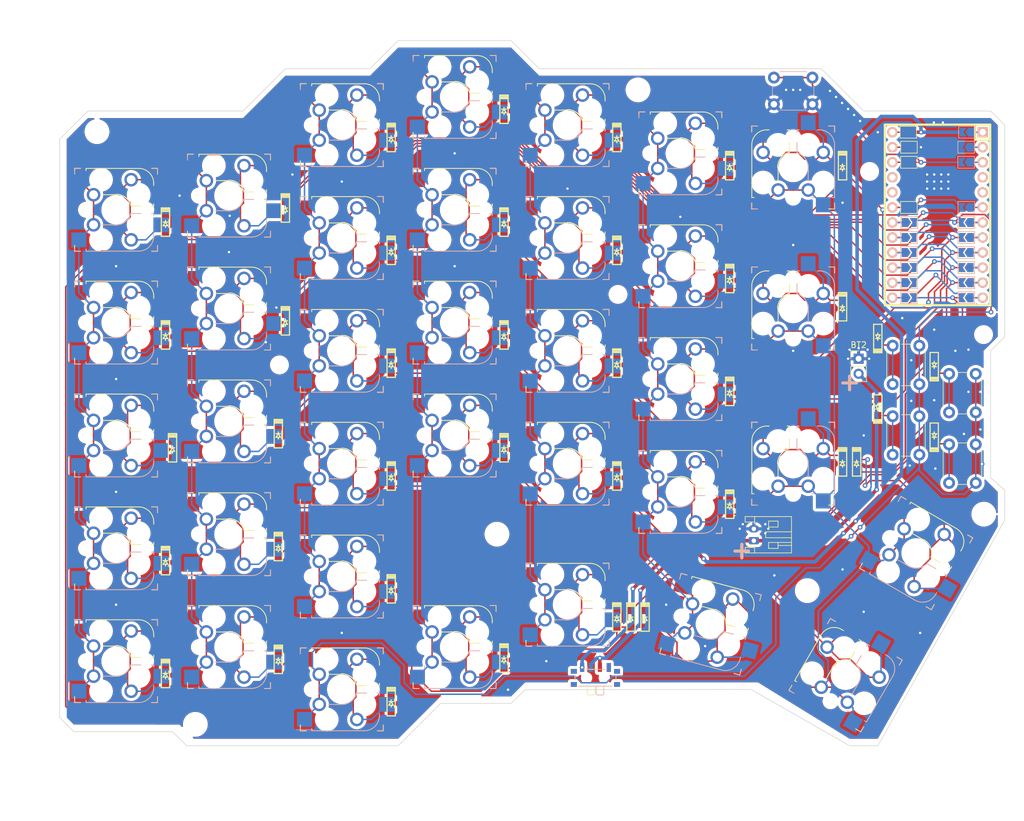
<source format=kicad_pcb>
(kicad_pcb (version 20211014) (generator pcbnew)
  (layers (0 "F.Cu" signal) (31 "B.Cu" signal) (34 "B.Paste" user) (35 "F.Paste" user) (36 "B.SilkS" user "B.Silkscreen") (37 "F.SilkS" user "F.Silkscreen") (38 "B.Mask" user) (39 "F.Mask" user) (44 "Edge.Cuts" user))
  (net 0 "")
  (net 2 "c0a")
  (net 3 "c1a")
  (net 6 "RST")
  (net 7 "Bat+")
  (net 8 "row0")
  (net 9 "row1")
  (net 10 "row2")
  (net 11 "row3")
  (net 12 "row4")
  (net 13 "col0")
  (net 14 "col1")
  (net 15 "col2")
  (net 16 "col3")
  (net 17 "col4")
  (net 18 "col5")
  (net 19 "col6")
  (net 20 "Net-(D0-Pad1)")
  (net 21 "c2a")
  (net 22 "c3a")
  (net 23 "c4a")
  (net 24 "c5a")
  (net 25 "c6a")
  (net 26 "c6b")
  (net 27 "c5b")
  (net 28 "Net-(D10-Pad1)")
  (net 29 "Net-(D1-Pad1)")
  (net 30 "Net-(D2-Pad1)")
  (net 31 "Net-(D3-Pad1)")
  (net 32 "Net-(D4-Pad1)")
  (net 33 "Net-(D5-Pad1)")
  (net 34 "Net-(D6-Pad1)")
  (net 35 "Net-(D11-Pad1)")
  (net 36 "Net-(D12-Pad1)")
  (net 37 "Net-(D13-Pad1)")
  (net 38 "Net-(D14-Pad1)")
  (net 39 "Net-(D15-Pad1)")
  (net 40 "Net-(D16-Pad1)")
  (net 41 "Net-(D20-Pad1)")
  (net 42 "Net-(D21-Pad1)")
  (net 43 "Net-(D22-Pad1)")
  (net 44 "Net-(D23-Pad1)")
  (net 45 "Net-(D24-Pad1)")
  (net 46 "Net-(D25-Pad1)")
  (net 47 "Net-(D26-Pad1)")
  (net 48 "Net-(D30-Pad1)")
  (net 49 "Net-(D31-Pad1)")
  (net 50 "Net-(D32-Pad1)")
  (net 51 "Net-(D33-Pad1)")
  (net 52 "Net-(D34-Pad1)")
  (net 53 "Net-(D35-Pad1)")
  (net 54 "Net-(D36-Pad1)")
  (net 55 "Net-(D40-Pad1)")
  (net 56 "Net-(D41-Pad1)")
  (net 57 "Net-(D42-Pad1)")
  (net 58 "Net-(D43-Pad1)")
  (net 59 "Net-(D44-Pad1)")
  (net 60 "Net-(D45-Pad1)")
  (net 61 "Net-(D46-Pad1)")
  (net 62 "GND")
  (net 63 "c4b")
  (net 64 "c3b")
  (net 65 "c2b")
  (net 66 "c1b")
  (net 67 "c0b")
  (net 68 "Net-(JPgndb0-Pad1)")
  (net 69 "Net-(JPresb0-Pad1)")
  (net 70 "Net-(JPgbda0-Pad1)")
  (net 71 "Net-(JPresa0-Pad1)")
  (net 72 "Net-(BT1-Pad1)")
  (net 73 "col7")
  (net 76 "Net-(D7-Pad1)")
  (net 77 "Net-(D17-Pad1)")
  (net 78 "Net-(D27-Pad1)")
  (net 79 "Net-(D37-Pad1)")
  (net 80 "Net-(D47-Pad1)")
  (net 81 "Net-(JPbat+a0-Pad1)")
  (net 82 "Net-(JPbat+b0-Pad1)")
  (footprint "Fiducial:Fiducial_1mm_Mask2mm" (layer "F.Cu") (at 95.25 128.5875)
    (fp_text reference "FID1" hide)
    (fp_text value "Fiducial")
  )
  (footprint "Keebio-Parts:D_SOD123F" (layer "F.Cu") (at 94.059375 102.39375 -90)
    (fp_text reference "D32" hide)
    (fp_text value "DIODE" hide)
  )
  (footprint "mykeeb:Kailh_socket_MX_optional_reversible_1u" (layer "F.Cu") (at 66.675 73.81875)
    (fp_text reference "K11" hide)
    (fp_text value "KEYSW")
  )
  (footprint "mykeeb:Kailh_socket_MX_optional_reversible_1u" (layer "F.Cu") (at 47.625 76.2)
    (fp_text reference "K10" hide)
    (fp_text value "KEYSW")
  )
  (footprint "mykeeb:Kailh_socket_MX_optional_reversible_1u" (layer "F.Cu") (at 66.675 111.91875)
    (fp_text reference "K31" hide)
    (fp_text value "KEYSW")
  )
  (footprint "MountingHole:MountingHole_3.2mm_M3" (layer "F.Cu") (at 135.73125 36.909375)
    (fp_text reference "H2" hide)
    (fp_text value locked "MountingHole")
  )
  (footprint "Connector_JST:JST_PH_S2B-PH-K_1x02_P2.00mm_Horizontal" (layer "F.Cu") (at 155.284 113.014 90)
    (fp_text reference "BT1" hide)
    (fp_text value "Battery_Cell")
  )
  (footprint "Keebio-Parts:D_SOD123F" (layer "F.Cu") (at 55.959375 116.68125 -90)
    (fp_text reference "D30" hide)
    (fp_text value "DIODE" hide)
  )
  (footprint "Jumper:SolderJumper-2_P1.3mm_Open_TrianglePad1.0x1.5mm" (layer "F.Cu") (at 191.12175 66.913125 180)
    (fp_text reference "JPr2a1" hide)
    (fp_text value "SolderJumper_2_Open")
  )
  (footprint "mykeeb:Kailh_socket_MX_optional_reversible_1u" (layer "F.Cu") (at 123.825 80.9625)
    (fp_text reference "K24" hide)
    (fp_text value "KEYSW")
  )
  (footprint "mykeeb:Kailh_socket_MX_optional_reversible_1.25u" (layer "F.Cu") (at 147.960568 127.11693 -15)
    (fp_text reference "K45" hide)
    (fp_text value "KEYSW")
  )
  (footprint "Keebio-Parts:D_SOD123F" (layer "F.Cu") (at 113.109375 97.63125 -90)
    (fp_text reference "D33" hide)
    (fp_text value "DIODE" hide)
  )
  (footprint "Keebio-Parts:D_SOD123F" (layer "F.Cu") (at 75.009375 95.25 -90)
    (fp_text reference "D21" hide)
    (fp_text value "DIODE" hide)
  )
  (footprint "Keebio-Parts:D_SOD123F" (layer "F.Cu") (at 94.059375 121.44375 -90)
    (fp_text reference "D42" hide)
    (fp_text value "DIODE" hide)
  )
  (footprint "Keebio-Parts:D_SOD123F" (layer "F.Cu") (at 170.259375 50.00625 -90)
    (fp_text reference "D6" hide)
    (fp_text value "DIODE" hide)
  )
  (footprint "mykeeb:Kailh_socket_MX_optional_reversible_1u" (layer "F.Cu") (at 66.675 130.96875)
    (fp_text reference locked "K41" hide)
    (fp_text value "KEYSW")
  )
  (footprint "Keebio-Parts:D_SOD123F" (layer "F.Cu") (at 94.059375 64.29375 -90)
    (fp_text reference "D12" hide)
    (fp_text value "DIODE" hide)
  )
  (footprint "Fiducial:Fiducial_1mm_Mask2mm" (layer "F.Cu") (at 157.1625 83.34375)
    (fp_text reference "FID3" hide)
    (fp_text value "Fiducial")
  )
  (footprint "mykeeb:Kailh_socket_MX_optional_reversible_1u" (layer "F.Cu") (at 47.625 95.25)
    (fp_text reference "K20" hide)
    (fp_text value "KEYSW")
  )
  (footprint "mykeeb:Kailh_socket_MX_optional_reversible_1u" (layer "F.Cu") (at 66.675 92.86875)
    (fp_text reference "K21" hide)
    (fp_text value "KEYSW")
  )
  (footprint "mykeeb:Kailh_socket_MX_optional_reversible_1u" (layer "F.Cu") (at 104.775 57.15)
    (fp_text reference "K13" hide)
    (fp_text value "KEYSW")
  )
  (footprint "Keebio-Parts:D_SOD123F" (layer "F.Cu") (at 113.109375 78.58125 -90)
    (fp_text reference "D23" hide)
    (fp_text value "DIODE" hide)
  )
  (footprint "MountingHole:MountingHole_2.2mm_M2" (layer "F.Cu") (at 194.066981 78.224296)
    (fp_text reference "H10" hide)
    (fp_text value "MountingHole")
  )
  (footprint "mykeeb:Kailh_socket_MX_optional_reversible_1u" (layer "F.Cu") (at 182.682848 115.100954 -30)
    (fp_text reference "K36" hide)
    (fp_text value "KEYSW")
  )
  (footprint "MountingHole:MountingHole_3.2mm_M3" (layer "F.Cu") (at 44.396516 43.963668)
    (fp_text reference "H1" hide)
    (fp_text value "MountingHole")
  )
  (footprint "Keebio-Parts:D_SOD123F" (layer "F.Cu") (at 94.059375 45.24375 -90)
    (fp_text reference "D2" hide)
    (fp_text value "DIODE" hide)
  )
  (footprint "mykeeb:Kailh_socket_MX_optional_reversible_1u" (layer "F.Cu") (at 47.625 133.35)
    (fp_text reference "K40" hide)
    (fp_text value "KEYSW")
  )
  (footprint "mykeeb:Kailh_socket_MX_optional_reversible_1u" (layer "F.Cu") (at 142.875 85.725)
    (fp_text reference "K25" hide)
    (fp_text value "KEYSW")
  )
  (footprint "Keebio-Parts:D_SOD123F" (layer "F.Cu") (at 132.159375 83.34375 -90)
    (fp_text reference "D24" hide)
    (fp_text value "DIODE" hide)
  )
  (footprint "MountingHole:MountingHole_3.2mm_M3" (layer "F.Cu") (at 194.111215 108.536998)
    (fp_text reference "H3" hide)
    (fp_text value "MountingHole")
  )
  (footprint "mykeeb:Kailh_socket_MX_optional_reversible_1u" (layer "F.Cu") (at 85.725 138.1125)
    (fp_text reference "K7" hide)
    (fp_text value "KEYSW")
  )
  (footprint "Keebio-Parts:D_SOD123F" (layer "F.Cu") (at 170.259375 73.81875 -90)
    (fp_text reference "D16" hide)
    (fp_text value "DIODE" hide)
  )
  (footprint "Jumper:SolderJumper-2_P1.3mm_Open_TrianglePad1.0x1.5mm" (layer "F.Cu") (at 191.15875 71.993125 180)
    (fp_text reference "JPr4a1" hide)
    (fp_text value "SolderJumper_2_Open")
  )
  (footprint "mykeeb:Kailh_socket_MX_optional_reversible_1u" (layer "F.Cu") (at 142.875 66.675)
    (fp_text reference "K15" hide)
    (fp_text value "KEYSW")
  )
  (footprint "Keebio-Parts:D_SOD123F" (layer "F.Cu") (at 176.2125 78.58125 90)
    (fp_text reference "D17" hide)
    (fp_text value "DIODE" hide)
  )
  (footprint "mykeeb:Kailh_socket_MX_optional_reversible_1u" (layer "F.Cu") (at 142.875 47.625)
    (fp_text reference "K5" hide)
    (fp_text value "KEYSW")
  )
  (footprint "mykeeb:Kailh_socket_MX_optional_reversible_1u" (layer "F.Cu") (at 66.675 54.76875)
    (fp_text reference "K1" hide)
    (fp_text value "KEYSW")
  )
  (footprint "Connector_PinHeader_2.54mm:PinHeader_1x02_P2.54mm_Vertical" (layer "F.Cu") (at 172.974 82.296)
    (fp_text reference "BT2")
    (fp_text value "Conn_01x02")
  )
  (footprint "Jumper:SolderJumper-2_P1.3mm_Open_TrianglePad1.0x1.5mm" (layer "F.Cu") (at 181.356 44.053125)
    (fp_text reference "JPbat+a0" hide)
    (fp_text value "SolderJumper_2_Open")
  )
  (footprint "Fiducial:Fiducial_1mm_Mask2mm" (layer "F.Cu") (at 73.81875 42.8625)
    (fp_text reference "FID2" hide)
    (fp_text value "Fiducial")
  )
  (footprint "mykeeb:Kailh_socket_MX_optional_reversible_1u" (layer "F.Cu") (at 47.625 57.15)
    (fp_text reference "K0" hide)
    (fp_text value "KEYSW")
  )
  (footprint "Jumper:SolderJumper-2_P1.3mm_Open_TrianglePad1.0x1.5mm" (layer "F.Cu") (at 191.19575 61.833125 180)
    (fp_text reference "JPr0a1" hide)
    (fp_text value "SolderJumper_2_Open")
  )
  (footprint "Jumper:SolderJumper-2_P1.3mm_Open_TrianglePad1.0x1.5mm" (layer "F.Cu") (at 181.46975 61.833125)
    (fp_text reference "JPc2a1" hide)
    (fp_text value "SolderJumper_2_Open")
  )
  (footprint "Keebio-Parts:D_SOD123F" (layer "F.Cu") (at 132.159375 102.39375 -90)
    (fp_text reference "D34" hide)
    (fp_text value "DIODE" hide)
  )
  (footprint "mykeeb:Kailh_socket_MX_optional_reversible_1u" (layer "F.Cu") (at 85.725 119.0625)
    (fp_text reference locked "K42" hide)
    (fp_text value "KEYSW")
  )
  (footprint "mykeeb:Kailh_socket_MX_optional_reversible_1u" (layer "F.Cu") (at 142.875 104.775)
    (fp_text reference "K35" hide)
    (fp_text value "KEYSW")
  )
  (footprint "Keebio-Parts:D_SOD123F" (layer "F.Cu") (at 94.059375 140.49375 -90)
    (fp_text reference "D7" hide)
    (fp_text value "DIODE" hide)
  )
  (footprint "Jumper:SolderJumper-2_P1.3mm_Open_TrianglePad1.0x1.5mm" (layer "F.Cu") (at 181.46975 71.993125)
    (fp_text reference "JPc6a1" hide)
    (fp_text value "SolderJumper_2_Open")
  )
  (footprint "Keebio-Parts:D_SOD123F" (layer "F.Cu") (at 151.209375 69.05625 -90)
    (fp_text reference "D15" hide)
    (fp_text value "DIODE" hide)
  )
  (footprint "Jumper:SolderJumper-2_P1.3mm_Open_TrianglePad1.0x1.5mm" (layer "F.Cu") (at 181.46975 46.593125)
    (fp_text reference "JPgbda0" hide)
    (fp_text value "SolderJumper_2_Open")
  )
  (footprint "Jumper:SolderJumper-2_P1.3mm_Open_TrianglePad1.0x1.5mm" (layer "F.Cu") (at 181.50675 59.293125)
    (fp_text reference "JPc1a1" hide)
    (fp_text value "SolderJumper_2_Open")
  )
  (footprint "mykeeb:Kailh_socket_MX_optional_reversible_1u" (layer "F.Cu") (at 123.825 61.9125)
    (fp_text reference "K14" hide)
    (fp_text value "KEYSW")
  )
  (footprint "Keebio-Parts:D_SOD123F" (layer "F.Cu") (at 151.209375 50.00625 -90)
    (fp_text reference "D5" hide)
    (fp_text value "DIODE" hide)
  )
  (footprint "Keebio-Parts:D_SOD123F" (layer "F.Cu") (at 76.2 76.2 -90)
    (fp_text reference "D11" hide)
    (fp_text value "DIODE" hide)
  )
  (footprint "Keebio-Parts:D_SOD123F" (layer "F.Cu") (at 94.059375 83.34375 -90)
    (fp_text reference "D22" hide)
    (fp_text value "DIODE" hide)
  )
  (footprint "mykeeb:Kailh_socket_MX_optional_reversible_1u" (layer "F.Cu") (at 85.725 80.9625)
    (fp_text reference "K22" hide)
    (fp_text value "KEYSW")
  )
  (footprint "MountingHole:MountingHole_3.2mm_M3" (layer "F.Cu") (at 164.30625 121.44375)
    (fp_text reference "H8" hide)
    (fp_text value "MountingHole")
  )
  (footprint "Keebio-Parts:D_SOD123F" (layer "F.Cu") (at 136.921875 126.20625 -90)
    (fp_text reference "D45" hide)
    (fp_text value "DIODE" hide)
  )
  (footprint "Keebio-Parts:D_SOD123F" (layer "F.Cu") (at 55.959375 135.73125 -90)
    (fp_text reference "D40" hide)
    (fp_text value "DIODE" hide)
  )
  (footprint "Jumper:SolderJumper-2_P1.3mm_Open_TrianglePad1.0x1.5mm" (layer "F.Cu") (at 191.206375 59.293125 180)
    (fp_text reference "JPc7a1" hide)
    (fp_text value "SolderJumper_2_Open")
  )
  (footprint "mykeeb:Kailh_socket_MX_optional_reversible_1u" (layer "F.Cu") (at 85.725 61.9125)
    (fp_text reference "K12" hide)
    (fp_text value "KEYSW")
  )
  (footprint "mykeeb:Kailh_socket_MX_optional_reversible_1u" (layer "F.Cu") (at 104.775 130.96875)
    (fp_text reference locked "K43" hide)
    (fp_text value "KEYSW")
  )
  (footprint "Keebio-Parts:D_SOD123F" (layer "F.Cu") (at 55.959375 59.53125 -90)
    (fp_text reference "D0" hide)
    (fp_text value "DIODE" hide)
  )
  (footprint "MountingHole:MountingHole_2.2mm_M2" (layer "F.Cu") (at 75.2 83.34375)
    (fp_text reference "H7" hide)
    (fp_text value locked "MountingHole")
  )
  (footprint "MountingHole:MountingHole_3.2mm_M3" (layer "F.Cu") (at 61.005076 144.019868)
    (fp_text reference "H4" hide)
    (fp_text value "MountingHole")
  )
  (footprint "MountingHole:MountingHole_2.2mm_M2" (layer "F.Cu") (at 174.831232 50.681104)
    (fp_text reference "H9" hide)
    (fp_text value "MountingHole")
  )
  (footprint "Keebio-Parts:D_SOD123F" (layer "F.Cu") (at 134.540625 126.20625 -90)
    (fp_text reference "D46" hide)
    (fp_text value "DIODE" hide)
  )
  (footprint "mykeeb:Kailh_socket_MX_optional_reversible_1u" (layer "F.Cu") (at 104.775 95.25)
    (fp_text reference "K33" hide)
    (fp_text value "KEYSW")
  )
  (footprint "mykeeb:Kailh_socket_MX_optional_reversible_1.5u" (layer "F.Cu") (at 161.925 100.0125 90)
    (fp_text reference "K26" hide)
    (fp_text value "KEYSW")
  )
  (footprint "Jumper:SolderJumper-2_P1.3mm_Open_TrianglePad1.0x1.5mm" (layer "F.Cu") (at 181.46975 56.753125)
    (fp_text reference "JPc0a1" hide)
    (fp_text value "SolderJumper_2_Open")
  )
  (footprint "Keebio-Parts:D_SOD123F" (layer "F.Cu") (at 113.109375 133.140625 -90)
    (fp_text reference "D43" hide)
    (fp_text value "DIODE" hide)
  )
  (footprint "Button_Switch_THT:SW_PUSH_6mm_H8mm" (layer "F.Cu") (at 183.225 80.09375 -90)
    (fp_text reference "K17" hide)
    (fp_text value "KEYSW")
  )
  (footprint "Jumper:SolderJumper-2_P1.3mm_Open_TrianglePad1.0x1.5mm" (layer "F.Cu") (at 181.46975 66.913125)
    (fp_text reference "JPc4a1" hide)
    (fp_text value "SolderJumper_2_Open")
  )
  (footprint "Keebio-Parts:D_SOD123F" (layer "F.Cu") (at 132.159375 64.29375 -90)
    (fp_text reference "D14" hide)
    (fp_text value "DIODE" hide)
  )
  (footprint "Keebio-Parts:D_SOD123F" (layer "F.Cu") (at 76.2 57.15 -90)
    (fp_text reference "D1" hide)
    (fp_text value "DIODE" hide)
  )
  (footprint "Button_Switch_THT:SW_PUSH_6mm_H8mm" (layer "F.Cu") (at 192.75 96.7625 -90)
    (fp_text reference "K47" hide)
    (fp_text value "KEYSW")
  )
  (footprint "mykeeb:Kailh_socket_MX_optional_reversible_1u" (layer "F.Cu") (at 104.775 38.1)
    (fp_text reference "K3" hide)
    (fp_text value "KEYSW")
  )
  (footprint "Keebio-Parts:D_SOD123F" (layer "F.Cu") (at 185.7375 95.25 90)
    (fp_text reference "D47" hide)
    (fp_text value "DIODE" hide)
  )
  (footprint "Keebio-Parts:D_SOD123F" (layer "F.Cu") (at 185.7375 83.34375 90)
    (fp_text reference "D37" hide)
    (fp_text value "DIODE" hide)
  )
  (footprint "Jumper:SolderJumper-2_P1.3mm_Open_TrianglePad1.0x1.5mm" (layer "F.Cu") (at 181.46975 64.373125)
    (fp_text reference "JPc3a1" hide)
    (fp_text value "SolderJumper_2_Open")
  )
  (footprint "mykeeb:Kailh_socket_MX_optional_reversible_1u" (layer "F.Cu") (at 123.825 100.0125)
    (fp_text reference "K34" hide)
    (fp_text value "KEYSW")
  )
  (footprint "Keebio-Parts:D_SOD123F" (layer "F.Cu") (at 151.209375 88.10625 -90)
    (fp_text reference "D25" hide)
    (fp_text value "DIODE" hide)
  )
  (footprint "Keebio-Parts:D_SOD123F" (layer "F.Cu") (at 172.640625 100.0125 -90)
    (fp_text reference "D36" hide)
    (fp_text value "DIODE" hide)
  )
  (footprint "Keebio-Parts:D_SOD123F" (layer "F.Cu") (at 170.259375 100.0125 -90)
    (fp_text reference "D26" hide)
    (fp_text value "DIODE" hide)
  )
  (footprint "Button_Switch_SMD:SW_SPDT_PCM12" (layer "F.Cu") (at 128.547735 135.847044)
    (fp_text reference "SWbat1" hide)
    (fp_text value "SW_SPST")
  )
  (footprint "Keebio-Parts:D_SOD123F" (layer "F.Cu") (at 57.15 97.63125 -90)
    (fp_text reference "D20" hide)
    (fp_text value "DIODE" hide)
  )
  (footprint "mykeeb:Kailh_socket_MX_optional_reversible_1.25u" (layer "F.Cu") (at 161.925 73.81875 90)
    (fp_text reference "K16" hide)
    (fp_text value "KEYSW")
  )
  (footprint "Keebio-Parts:D_SOD123F" (layer "F.Cu") (at 176.2125 90.4875 90)
    (fp_text reference "D27" hide)
    (fp_text value "DIODE" hide)
  )
  (footprint "Keebio-Parts:D_SOD123F" (layer "F.Cu") (at 132.159375 126.20625 -90)
    (fp_text reference "D44" hide)
    (fp_text value "DIODE" hide)
  )
  (footprint "MountingHole:MountingHole_2.2mm_M2" (layer "F.Cu") (at 132.35 71.4375)
    (fp_text reference "H6" hide)
    (fp_text value locked "MountingHole")
  )
  (footprint "mykeeb:Kailh_socket_MX_optional_reversible_1u" (layer "F.Cu") (at 85.725 42.8625)
    (fp_text reference "K2" hide)
    (fp_text value "KEYSW")
  )
  (footprint "Jumper:SolderJumper-2_P1.3mm_Open_TrianglePad1.0x1.5mm" (layer "F.Cu") (at 181.46975 49.133125)
    (fp_text reference "JPresa0" hide)
    (fp_text value "SolderJumper_2_Open")
  )
  (footprint "Button_Switch_THT:SW_PUSH_6mm_H8mm" (layer "F.Cu") (at 192.75 84.85625 -90)
    (fp_text reference "K37" hide)
    (fp_text value "KEYSW")
  )
  (footprint "Button_Switch_THT:SW_PUSH_6mm_H8mm" (layer "F.Cu") (at 183.225 92 -90)
    (fp_text reference "K27" hide)
    (fp_text value "KEYSW")
  )
  (footprint "Keebio-Parts:D_SOD123F" (layer "F.Cu") (at 132.159375 45.24375 -90)
    (fp_text reference "D4" hide)
    (fp_text value "DIODE" hide)
  )
  (footprint "mykeeb:Kailh_socket_MX_optional_reversible_1u" (layer "F.Cu") (at 123.825 123.825)
    (fp_text reference "K44" hide)
    (fp_text value "KEYSW")
  )
  (footprint "Keebio-Parts:D_SOD123F" (layer "F.Cu") (at 75.009375 133.35 -90)
    (fp_text reference "D41" hide)
    (fp_text value "DIODE" hide)
  )
  (footprint "mykeeb:Kailh_socket_MX_optional_reversible_1u" (layer "F.Cu") (at 123.825 42.8625)
    (fp_text reference "K4" hide)
    (fp_text value "KEYSW")
  )
  (footprint "mykeeb:Kailh_socket_MX_optional_reversible_1u" (layer "F.Cu") (at 104.775 76.2)
    (fp_text reference "K23" hide)
    (fp_text value "KEYSW")
  )
  (footprint "Jumper:SolderJumper-2_P1.3mm_Open_TrianglePad1.0x1.5mm" (layer "F.Cu") (at 191.19575 69.453125 180)
    (fp_text reference "JPr3a1" hide)
    (fp_text value "SolderJumper_2_Open")
  )
  (footprint "mykeeb:Kailh_socket_MX_optional_reversible_1u" (layer "F.Cu") (at 47.625 114.3)
    (fp_text reference "K30" hide)
    (fp_text value "KEYSW")
  )
  (footprint "mykeeb:Kailh_socket_MX_optional_reversible_1.5u" (layer "F.Cu") (at 170.776598 135.723184 60)
    (fp_text reference "K46" hide)
    (fp_text value "KEYSW")
  )
  (footprint "mykeeb:Kailh_socket_MX_optional_reversible_1u" (layer "F.Cu") (at 85.725 100.0125)
    (fp_text reference "K32" hide)
    (fp_text value "KEYSW")
  )
  (footprint "Jumper:SolderJumper-2_P1.3mm_Open_TrianglePad1.0x1.5mm" (layer "F.Cu") (at 191.15875 64.373125 180)
    (fp_text reference "JPr1a1" hide)
    (fp_text value "SolderJumper_2_Open")
  )
  (footprint "mykeeb:Kailh_socket_MX_optional_reversible_1.25u" (layer "F.Cu") (at 161.925 50.00625 90)
    (fp_text reference "K6" hide)
    (fp_text value "KEYSW")
  )
  (footprint "Keebio-Parts:D_SOD123F" (layer "F.Cu") (at 113.109375 59.53125 -90)
    (fp_text reference "D13" hide)
    (fp_text value "DIODE" hide)
  )
  (footprint "MountingHole:MountingHole_3.2mm_M3" (layer "F.Cu") (at 111.91875 111.91875)
    (fp_text reference locked "H5" hide)
    (fp_text value "MountingHole")
  )
  (footprint "Keebio-Parts:D_SOD123F" (layer "F.Cu") (at 75.009375 114.3 -90)
    (fp_text reference "D31" hide)
    (fp_text value "DIODE" hide)
  )
  (footprint "Keebio-Parts:D_SOD123F" (layer "F.Cu") (at 151.209375 107.15625 -90)
    (fp_text reference "D35" hide)
    (fp_text value "DIODE" hide)
  )
  (footprint "Keebio-Parts:D_SOD123F" (layer "F.Cu") (at 113.109375 40.48125 -90)
    (fp_text reference "D3" hide)
    (fp_text value "DIODE" hide)
  )
  (footprint "Keebio-Parts:D_SOD123F" (layer "F.Cu") (at 55.959375 78.58125 -90)
    (fp_text reference "D10" hide)
    (fp_text value "DIODE" hide)
  )
  (footprint "Jumper:SolderJumper-2_P1.3mm_Open_TrianglePad1.0x1.5mm" (layer "F.Cu") (at 181.46975 69.453125)
    (fp_text reference "JPc5a1" hide)
    (fp_text value "SolderJumper_2_Open")
  )
  (footprint "Jumper:SolderJumper-2_P1.3mm_Open_TrianglePad1.0x1.5mm" (layer "B.Cu") (at 191.15875 66.913125 180)
    (fp_text reference "JPc4b1" hide)
    (fp_text value "SolderJumper_2_Open")
  )
  (footprint "Jumper:SolderJumper-2_P1.3mm_Open_TrianglePad1.0x1.5mm" (layer "B.Cu") (at 191.15875 56.753125 180)
    (fp_text reference "JPc0b1" hide)
    (fp_text value "SolderJumper_2_Open")
  )
  (footprint "Jumper:SolderJumper-2_P1.3mm_Open_TrianglePad1.0x1.5mm" (layer "B.Cu") (at 191.262 44.053125 180)
    (fp_text reference "JPbat+b0" hide)
    (fp_text value "SolderJumper_2_Open")
  )
  (footprint "Jumper:SolderJumper-2_P1.3mm_Open_TrianglePad1.0x1.5mm" (layer "B.Cu") (at 181.46975 64.373125)
    (fp_text reference "JPr1b1" hide)
    (fp_text value "SolderJumper_2_Open")
  )
  (footprint "Jumper:SolderJumper-2_P1.3mm_Open_TrianglePad1.0x1.5mm" (layer "B.Cu") (at 191.15875 71.993125 180)
    (fp_text reference "JPc6b1" hide)
    (fp_text value "SolderJumper_2_Open")
  )
  (footprint "Keebio-Parts:ArduinoProMicro-BackSide" (layer "B.Cu") (at 186.29575 58.023125 -90)
    (fp_text reference "U1" hide)
    (fp_text value "ProMicro" hide)
  )
  (footprint "Button_Switch_SMD:SW_SPDT_PCM12" (layer "B.Cu") (at 128.548 135.847 180)
    (fp_text reference "SWbat2" hide)
    (fp_text value "SW_SPST")
  )
  (footprint "Jumper:SolderJumper-2_P1.3mm_Open_TrianglePad1.0x1.5mm" (layer "B.Cu") (at 181.46975 61.833125)
    (fp_text reference "JPr0b1" hide)
    (fp_text value "SolderJumper_2_Open")
  )
  (footprint "Jumper:SolderJumper-2_P1.3mm_Open_TrianglePad1.0x1.5mm" (layer "B.Cu") (at 181.50675 69.453125)
    (fp_text reference "JPr3b1" hide)
    (fp_text value "SolderJumper_2_Open")
  )
  (footprint "Jumper:SolderJumper-2_P1.3mm_Open_TrianglePad1.0x1.5mm" (layer "B.Cu") (at 191.12175 49.133125 180)
    (fp_text reference "JPresb0" hide)
    (fp_text value "SolderJumper_2_Open")
  )
  (footprint "Jumper:SolderJumper-2_P1.3mm_Open_TrianglePad1.0x1.5mm" (layer "B.Cu") (at 191.15875 69.453125 180)
    (fp_text reference "JPc5b1" hide)
    (fp_text value "SolderJumper_2_Open")
  )
  (footprint "Jumper:SolderJumper-2_P1.3mm_Open_TrianglePad1.0x1.5mm" (layer "B.Cu") (at 181.50675 66.913125)
    (fp_text reference "JPr2b1" hide)
    (fp_text value "SolderJumper_2_Open")
  )
  (footprint "Jumper:SolderJumper-2_P1.3mm_Open_TrianglePad1.0x1.5mm" (layer "B.Cu") (at 191.15875 61.833125 180)
    (fp_text reference "JPc2b1" hide)
    (fp_text value "SolderJumper_2_Open")
  )
  (footprint "Jumper:SolderJumper-2_P1.3mm_Open_TrianglePad1.0x1.5mm" (layer "B.Cu") (at 181.46975 71.993125)
    (fp_text reference "JPr4b1" hide)
    (fp_text value "SolderJumper_2_Open")
  )
  (footprint "Jumper:SolderJumper-2_P1.3mm_Open_TrianglePad1.0x1.5mm" (layer "B.Cu") (at 191.12175 46.593125 180)
    (fp_text reference "JPgndb0" hide)
    (fp_text value "SolderJumper_2_Open")
  )
  (footprint "Jumper:SolderJumper-2_P1.3mm_Open_TrianglePad1.0x1.5mm" (layer "B.Cu") (at 191.12175 64.373125 180)
    (fp_text reference "JPc3b1" hide)
    (fp_text value "SolderJumper_2_Open")
  )
  (footprint "Button_Switch_THT:SW_PUSH_6mm" (layer "B.Cu") (at 165.175 34.834 180)
    (fp_text reference "SW1" hide)
    (fp_text value "SW_Push")
  )
  (footprint "Jumper:SolderJumper-2_P1.3mm_Open_TrianglePad1.0x1.5mm" (layer "B.Cu") (at 191.15875 59.293125 180)
    (fp_text reference "JPc1b1" hide)
    (fp_text value "SolderJumper_2_Open")
  )
  (footprint "Jumper:SolderJumper-2_P1.3mm_Open_TrianglePad1.0x1.5mm" (layer "B.Cu") (at 181.554375 59.293125)
    (fp_text reference "JPc7b1" hide)
    (fp_text value "SolderJumper_2_Open")
  )
  (gr_poly locked (pts (xy 119.0625 33.3375) (xy 154.781251 33.3375) (xy 164.306251 33.3375) (xy 166.6875 33.3375) (xy 173.83125 40.48125) (xy 195.2625 40.48125) (xy 197.64375 42.8625) (xy 197.64375 78.58125) (xy 195.2625 80.9625) (xy 195.2625 102.39375) (xy 197.64375 104.48925) (xy 197.64375 109.5375) (xy 176.2125 147.6375) (xy 171.45 147.6375) (xy 154.78125 138.1125) (xy 116.68125 138.176) (xy 114.300001 140.493751) (xy 102.39375 140.49375) (xy 95.25 147.6375) (xy 59.53125 147.6375) (xy 57.15 145.25625) (xy 40.48125 145.25625) (xy 38.1 142.875) (xy 38.1 45.24375) (xy 42.8625 40.48125) (xy 69.05625 40.48125) (xy 76.2 33.3375) (xy 90.4875 33.3375) (xy 95.25 28.575) (xy 114.3 28.575)) (layer "Edge.Cuts") (width 0.1) (fill none))
  (gr_text "+" (at 171.45 86.166) (layer "B.SilkS") (effects (font (size 3 3) (thickness 0.5)) (justify mirror)))
  (gr_text "+" (at 153.252 114.554) (layer "B.SilkS") (effects (font (size 3 3) (thickness 0.5)) (justify mirror)))
  (gr_text "+" (at 171.45 86.166) (layer "F.SilkS") (effects (font (size 3 3) (thickness 0.5))))
  (gr_text "+" (at 153.252 114.554) (layer "F.SilkS") (effects (font (size 3 3) (thickness 0.5))))
  (segment (start 178.67575 56.753125) (end 180.74475 56.753125) (width 0.25) (layer "F.Cu") (net 2))
  (segment (start 178.67575 59.293125) (end 180.78175 59.293125) (width 0.25) (layer "F.Cu") (net 3))
  (segment (start 178.760375 59.293125) (end 180.829375 59.293125) (width 0.25) (layer "B.Cu") (net 3))
  (segment (start 165.175 36.143) (end 165.175 34.834) (width 0.25) (layer "F.Cu") (net 6))
  (segment (start 182.162561 47.793936) (end 176.825936 47.793936) (width 0.25) (layer "F.Cu") (net 6))
  (segment (start 158.675 34.834) (end 165.175 34.834) (width 0.25) (layer "F.Cu") (net 6))
  (segment (start 176.825936 47.793936) (end 165.175 36.143) (width 0.25) (layer "F.Cu") (net 6))
  (segment (start 182.19475 49.133125) (end 183.50175 49.133125) (width 0.25) (layer "F.Cu") (net 6))
  (segment (start 183.50175 49.133125) (end 182.162561 47.793936) (width 0.25) (layer "F.Cu") (net 6))
  (via (at 183.50175 49.133125) (size 0.8) (drill 0.4) (layers "F.Cu" "B.Cu") (net 6))
  (segment (start 183.50175 49.133125) (end 190.39675 49.133125) (width 0.25) (layer "B.Cu") (net 6))
  (segment (start 145.796 115.062) (end 146.812 116.078) (width 0.6) (layer "F.Cu") (net 7))
  (segment (start 129.286 132.842) (end 129.286 134.405309) (width 0.6) (layer "F.Cu") (net 7))
  (segment (start 170.434 111.76) (end 172.466 109.728) (width 0.6) (layer "F.Cu") (net 7))
  (segment (start 182.19475 44.053125) (end 183.50175 44.053125) (width 0.6) (layer "F.Cu") (net 7))
  (segment (start 129.286 134.405309) (end 129.297735 134.417044) (width 0.6) (layer "F.Cu") (net 7))
  (segment (start 142.494 115.062) (end 145.796 115.062) (width 0.6) (layer "F.Cu") (net 7))
  (segment (start 136.144 121.412) (end 142.494 115.062) (width 0.6) (layer "F.Cu") (net 7))
  (via (at 170.434 111.76) (size 0.8) (drill 0.4) (layers "F.Cu" "B.Cu") (net 7))
  (via (at 136.144 121.412) (size 0.8) (drill 0.4) (layers "F.Cu" "B.Cu") (net 7))
  (via (at 183.50175 44.053125) (size 0.8) (drill 0.4) (layers "F.Cu" "B.Cu") (net 7))
  (via (at 172.466 109.728) (size 0.8) (drill 0.4) (layers "F.Cu" "B.Cu") (net 7))
  (via (at 129.286 132.842) (size 0.8) (drill 0.4) (layers "F.Cu" "B.Cu") (net 7))
  (via (at 146.812 116.078) (size 0.8) (drill 0.4) (layers "F.Cu" "B.Cu") (net 7))
  (segment (start 127.798 133.822) (end 128.778 132.842) (width 0.6) (layer "B.Cu") (net 7))
  (segment (start 135.128 128.016) (end 136.144 127) (width 0.6) (layer "B.Cu") (net 7))
  (segment (start 183.50175 44.053125) (end 190.39675 44.053125) (width 0.6) (layer "B.Cu") (net 7))
  (segment (start 130.302 132.842) (end 135.128 128.016) (width 0.6) (layer "B.Cu") (net 7))
  (segment (start 172.466 109.728) (end 180.224511 101.969489) (width 0.6) (layer "B.Cu") (net 7))
  (segment (start 172.72 45.466) (end 176.784 41.402) (width 0.6) (layer "B.Cu") (net 7))
  (segment (start 180.224511 101.969489) (end 180.224511 78.116511) (width 0.6) (layer "B.Cu") (net 7))
  (segment (start 163.83 116.586) (end 165.608 116.586) (width 0.6) (layer "B.Cu") (net 7))
  (segment (start 172.72 70.612) (end 172.72 45.466) (width 0.6) (layer "B.Cu") (net 7))
  (segment (start 183.50175 42.78575) (end 183.50175 44.053125) (width 0.6) (layer "B.Cu") (net 7))
  (segment (start 180.224511 78.116511) (end 172.72 70.612) (width 0.6) (layer "B.Cu") (net 7))
  (segment (start 147.32 116.586) (end 163.83 116.586) (width 0.6) (layer "B.Cu") (net 7))
  (segment (start 176.784 41.402) (end 182.118 41.402) (width 0.6) (layer "B.Cu") (net 7))
  (segment (start 136.144 127) (end 136.144 121.412) (width 0.6) (layer "B.Cu") (net 7))
  (segment (start 128.778 132.842) (end 129.286 132.842) (width 0.6) (layer "B.Cu") (net 7))
  (segment (start 127.798 134.417) (end 127.798 133.822) (width 0.6) (layer "B.Cu") (net 7))
  (segment (start 146.812 116.078) (end 147.32 116.586) (width 0.6) (layer "B.Cu") (net 7))
  (segment (start 182.118 41.402) (end 183.50175 42.78575) (width 0.6) (layer "B.Cu") (net 7))
  (segment (start 165.608 116.586) (end 170.434 111.76) (width 0.6) (layer "B.Cu") (net 7))
  (segment (start 129.286 132.842) (end 130.302 132.842) (width 0.6) (layer "B.Cu") (net 7))
  (segment (start 90.886104 49.817021) (end 72.677021 49.817021) (width 0.25) (layer "F.Cu") (net 8))
  (segment (start 72.677021 49.817021) (end 70.674229 47.814229) (width 0.25) (layer "F.Cu") (net 8))
  (segment (start 94.059375 46.64375) (end 90.886104 49.817021) (width 0.25) (layer "F.Cu") (net 8))
  (segment (start 185.78775 70.215125) (end 184.77175 71.231125) (width 0.25) (layer "F.Cu") (net 8))
  (segment (start 113.109375 41.88125) (end 109.936104 45.054521) (width 0.25) (layer "F.Cu") (net 8))
  (segment (start 94.059375 144.446625) (end 94.059375 141.89375) (width 0.25) (layer "F.Cu") (net 8))
  (segment (start 188.881348 61.833125) (end 188.858549 61.810326) (width 0.25) (layer "F.Cu") (net 8))
  (segment (start 187.01935 68.193139) (end 187.01935 68.983525) (width 0.25) (layer "F.Cu") (net 8))
  (segment (start 155.431761 57.895761) (end 151.209375 53.673375) (width 0.25) (layer "F.Cu") (net 8))
  (segment (start 187.01935 65.897125) (end 187.01935 68.193139) (width 0.25) (layer "F.Cu") (net 8))
  (segment (start 132.159375 46.64375) (end 128.986104 49.817021) (width 0.25) (layer "F.Cu") (net 8))
  (segment (start 55.959375 60.93125) (end 52.786104 64.104521) (width 0.25) (layer "F.Cu") (net 8))
  (segment (start 73.026729 61.723271) (end 76.2 58.55) (width 0.25) (layer "F.Cu") (net 8))
  (segment (start 148.036104 54.579521) (end 139.415521 54.579521) (width 0.25) (layer "F.Cu") (net 8))
  (segment (start 56.883886 50.015842) (end 56.883886 60.006739) (width 0.25) (layer "F.Cu") (net 8))
  (segment (start 70.674229 47.814229) (end 59.085499 47.814229) (width 0.25) (layer "F.Cu") (net 8))
  (segment (start 170.259375 52.25625) (end 164.619864 57.895761) (width 0.25) (layer "F.Cu") (net 8))
  (segment (start 132.159375 47.323375) (end 132.159375 46.64375) (width 0.25) (layer "F.Cu") (net 8))
  (segment (start 151.209375 51.40625) (end 148.036104 54.579521) (width 0.25) (layer "F.Cu") (net 8))
  (segment (start 187.01935 68.983525) (end 185.78775 70.215125) (width 0.25) (layer "F.Cu") (net 8))
  (segment (start 188.858549 61.810326) (end 187.01935 63.649525) (width 0.25) (layer "F.Cu") (net 8))
  (segment (start 39.116 140.97) (end 41.656 143.51) (width 0.25) (layer "F.Cu") (net 8))
  (segment (start 59.085499 47.814229) (end 56.883886 50.015842) (width 0.25) (layer "F.Cu") (net 8))
  (segment (start 72.136 145.542) (end 92.964 145.542) (width 0.25) (layer "F.Cu") (net 8))
  (segment (start 120.429021 49.817021) (end 113.109375 42.497375) (width 0.25) (layer "F.Cu") (net 8))
  (segment (start 139.415521 54.579521) (end 132.159375 47.323375) (width 0.25) (layer "F.Cu") (net 8))
  (segment (start 56.751396 61.723271) (end 73.026729 61.723271) (width 0.25) (layer "F.Cu") (net 8))
  (segment (start 66.04 139.446) (end 72.136 145.542) (width 0.25) (layer "F.Cu") (net 8))
  (segment (start 164.619864 57.895761) (end 155.431761 57.895761) (width 0.25) (layer "F.Cu") (net 8))
  (segment (start 170.259375 51.40625) (end 170.259375 52.25625) (width 0.25) (layer "F.Cu") (net 8))
  (segment (start 53.594 143.51) (end 57.658 139.446) (width 0.25) (layer "F.Cu") (net 8))
  (segment (start 56.883886 60.006739) (end 55.959375 60.93125) (width 0.25) (layer "F.Cu") (net 8))
  (segment (start 97.820479 45.054521) (end 96.23125 46.64375) (width 0.25) (layer "F.Cu") (net 8))
  (segment (start 151.209375 53.673375) (end 151.209375 51.40625) (width 0.25) (layer "F.Cu") (net 8))
  (segment (start 55.959375 60.93125) (end 56.751396 61.723271) (width 0.25) (layer "F.Cu") (net 8))
  (segment (start 96.23125 46.64375) (end 94.059375 46.64375) (width 0.25) (layer "F.Cu") (net 8))
  (segment (start 57.658 139.446) (end 66.04 139.446) (width 0.25) (layer "F.Cu") (net 8))
  (segment (start 184.77175 71.231125) (end 184.77175 72.755125) (width 0.25) (layer "F.Cu") (net 8))
  (segment (start 171.29425 51.40625) (end 177.038 57.15) (width 0.25) (layer "F.Cu") (net 8))
  (segment (start 39.116 70.164978) (end 39.116 140.97) (width 0.25) (layer "F.Cu") (net 8))
  (segment (start 170.259375 51.40625) (end 171.29425 51.40625) (width 0.25) (layer "F.Cu") (net 8))
  (segment (start 190.47075 61.833125) (end 188.881348 61.833125) (width 0.25) (layer "F.Cu") (net 8))
  (segment (start 52.786104 64.104521) (end 45.176457 64.104521) (width 0.25) (layer "F.Cu") (net 8))
  (segment (start 113.109375 42.497375) (end 113.109375 41.88125) (width 0.25) (layer "F.Cu") (net 8))
  (segment (start 109.936104 45.054521) (end 97.820479 45.054521) (width 0.25) (layer "F.Cu") (net 8))
  (segment (start 45.176457 64.104521) (end 39.116 70.164978) (width 0.25) (layer "F.Cu") (net 8))
  (segment (start 92.964 145.542) (end 94.059375 144.446625) (width 0.25) (layer "F.Cu") (net 8))
  (segment (start 187.01935 63.649525) (end 187.01935 65.897125) (width 0.25) (layer "F.Cu") (net 8))
  (segment (start 41.656 143.51) (end 53.594 143.51) (width 0.25) (layer "F.Cu") (net 8))
  (segment (start 128.986104 49.817021) (end 120.429021 49.817021) (width 0.25) (layer "F.Cu") (net 8))
  (via (at 177.038 57.15) (size 0.8) (drill 0.4) (layers "F.Cu" "B.Cu") (net 8))
  (via (at 188.858549 61.810326) (size 0.8) (drill 0.4) (layers "F.Cu" "B.Cu") (net 8))
  (via (at 184.77175 72.755125) (size 0.8) (drill 0.4) (layers "F.Cu" "B.Cu") (net 8))
  (segment (start 177.038 72.053579) (end 178.644421 73.66) (width 0.25) (layer "B.Cu") (net 8))
  (segment (start 182.19475 61.833125) (end 183.064761 60.963114) (width 0.25) (layer "B.Cu") (net 8))
  (segment (start 178.644421 73.66) (end 183.866875 73.66) (width 0.25) (layer "B.Cu") (net 8))
  (segment (start 177.038 57.15) (end 177.038 72.053579) (width 0.25) (layer "B.Cu") (net 8))
  (segment (start 183.064761 60.963114) (end 188.011337 60.963114) (width 0.25) (layer "B.Cu") (net 8))
  (segment (start 183.866875 73.66) (end 184.77175 72.755125) (width 0.25) (layer "B.Cu") (net 8))
  (segment (start 188.011337 60.963114) (end 188.858549 61.810326) (width 0.25) (layer "B.Cu") (net 8))
  (segment (start 153.924 71.882) (end 152.49825 70.45625) (width 0.25) (layer "F.Cu") (net 9))
  (segment (start 179.017355 73.712645) (end 176.2125 76.5175) (width 0.25) (layer "F.Cu") (net 9))
  (segment (start 94.059375 65.69375) (end 94.059375 67.738625) (width 0.25) (layer "F.Cu") (net 9))
  (segment (start 187.46887 69.296005) (end 185.78775 70.977125) (width 0.25) (layer "F.Cu") (net 9))
  (segment (start 97.536 64.262) (end 96.10425 65.69375) (width 0.25) (layer "F.Cu") (net 9))
  (segment (start 176.2125 77.18125) (end 172.221875 77.18125) (width 0.25) (layer "F.Cu") (net 9))
  (segment (start 151.209375 70.45625) (end 148.036104 73.629521) (width 0.25) (layer "F.Cu") (net 9))
  (segment (start 172.221875 77.18125) (end 170.259375 75.21875) (width 0.25) (layer "F.Cu") (net 9))
  (segment (start 128.765125 69.088) (end 120.65 69.088) (width 0.25) (layer "F.Cu") (net 9))
  (segment (start 132.159375 66.627375) (end 132.159375 65.69375) (width 0.25) (layer "F.Cu") (net 9))
  (segment (start 73.406 81.026) (end 56.896 81.026) (width 0.25) (layer "F.Cu") (net 9))
  (segment (start 148.036104 73.629521) (end 139.161521 73.629521) (width 0.25) (layer "F.Cu") (net 9))
  (segment (start 120.65 69.088) (end 113.109375 61.547375) (width 0.25) (layer "F.Cu") (net 9))
  (segment (start 152.49825 70.45625) (end 151.209375 70.45625) (width 0.25) (layer "F.Cu") (net 9))
  (segment (start 187.46887 65.740005) (end 187.46887 69.296005) (width 0.25) (layer "F.Cu") (net 9))
  (segment (start 132.159375 65.69375) (end 128.765125 69.088) (width 0.25) (layer "F.Cu") (net 9))
  (segment (start 185.621355 73.712645) (end 179.017355 73.712645) (width 0.25) (layer "F.Cu") (net 9))
  (segment (start 113.109375 61.547375) (end 113.109375 60.93125) (width 0.25) (layer "F.Cu") (net 9))
  (segment (start 56.896 81.026) (end 55.959375 80.089375) (width 0.25) (layer "F.Cu") (net 9))
  (segment (start 113.109375 62.404625) (end 111.252 64.262) (width 0.25) (layer "F.Cu") (net 9))
  (segment (start 170.259375 75.21875) (end 170.259375 78.152625) (width 0.25) (layer "F.Cu") (net 9))
  (segment (start 94.059375 67.738625) (end 92.71 69.088) (width 0.25) (layer "F.Cu") (net 9))
  (segment (start 176.2125 76.5175) (end 176.2125 77.18125) (width 0.25) (layer "F.Cu") (net 9))
  (segment (start 113.109375 60.93125) (end 113.109375 62.404625) (width 0.25) (layer "F.Cu") (net 9))
  (segment (start 96.10425 65.69375) (end 94.059375 65.69375) (width 0.25) (layer "F.Cu") (net 9))
  (segment (start 111.252 64.262) (end 97.536 64.262) (width 0.25) (layer "F.Cu") (net 9))
  (segment (start 80.264 69.088) (end 77.124511 72.227489) (width 0.25) (layer "F.Cu") (net 9))
  (segment (start 76.2 78.232) (end 73.406 81.026) (width 0.25) (layer "F.Cu") (net 9))
  (segment (start 55.959375 80.089375) (end 55.959375 79.98125) (width 0.25) (layer "F.Cu") (net 9))
  (segment (start 153.924 80.772) (end 153.924 71.882) (width 0.25) (layer "F.Cu") (net 9))
  (segment (start 139.161521 73.629521) (end 132.159375 66.627375) (width 0.25) (layer "F.Cu") (net 9))
  (segment (start 166.192761 82.219239) (end 155.371239 82.219239) (width 0.25) (layer "F.Cu") (net 9))
  (segment (start 170.259375 78.152625) (end 166.192761 82.219239) (width 0.25) (layer "F.Cu") (net 9))
  (segment (start 185.78775 73.54625) (end 185.621355 73.712645) (width 0.25) (layer "F.Cu") (net 9))
  (segment (start 77.124511 72.227489) (end 77.124511 76.675489) (width 0.25) (layer "F.Cu") (net 9))
  (segment (start 190.43375 64.373125) (end 188.83575 64.373125) (width 0.25) (layer "F.Cu") (net 9))
  (segment (start 185.78775 70.977125) (end 185.78775 73.54625) (width 0.25) (layer "F.Cu") (net 9))
  (segment (start 77.124511 76.675489) (end 76.2 77.6) (width 0.25) (layer "F.Cu") (net 9))
  (segment (start 188.83575 64.373125) (end 187.46887 65.740005) (width 0.25) (layer "F.Cu") (net 9))
  (segment (start 155.371239 82.219239) (end 153.924 80.772) (width 0.25) (layer "F.Cu") (net 9))
  (segment (start 92.71 69.088) (end 80.264 69.088) (width 0.25) (layer "F.Cu") (net 9))
  (segment (start 76.2 77.6) (end 76.2 78.232) (width 0.25) (layer "F.Cu") (net 9))
  (via (at 188.83575 64.373125) (size 0.8) (drill 0.4) (layers "F.Cu" "B.Cu") (net 9))
  (segment (start 187.457739 62.995114) (end 188.83575 64.373125) (width 0.25) (layer "B.Cu") (net 9))
  (segment (start 183.572761 62.995114) (end 187.457739 62.995114) (width 0.25) (layer "B.Cu") (net 9))
  (segment (start 182.19475 64.373125) (end 183.572761 62.995114) (width 0.25) (layer "B.Cu") (net 9))
  (segment (start 190.39675 66.913125) (end 188.83575 66.913125) (width 0.25) (layer "F.Cu") (net 10))
  (segment (start 71.836104 99.823271) (end 57.942021 99.823271) (width 0.25) (layer "F.Cu") (net 10))
  (segment (start 180.848 87.63) (end 179.3905 89.0875) (width 0.25) (layer "F.Cu") (net 10))
  (segment (start 87.63 87.884) (end 87.596979 87.917021) (width 0.25) (layer "F.Cu") (net 10))
  (segment (start 90.886104 87.917021) (end 87.663021 87.917021) (width 0.25) (layer "F.Cu") (net 10))
  (segment (start 113.109375 80.83125) (end 113.109375 79.98125) (width 0.25) (layer "F.Cu") (net 10))
  (segment (start 94.059375 84.74375) (end 90.886104 87.917021) (width 0.25) (layer "F.Cu") (net 10))
  (segment (start 81.28 87.884) (end 75.933886 93.230114) (width 0.25) (layer "F.Cu") (net 10))
  (segment (start 75.933886 93.230114) (end 75.933886 95.725489) (width 0.25) (layer "F.Cu") (net 10))
  (segment (start 75.933886 95.725489) (end 75.009375 96.65) (width 0.25) (layer "F.Cu") (net 10))
  (segment (start 186.80375 70.723125) (end 186.80375 72.755125) (width 0.25) (layer "F.Cu") (net 10))
  (segment (start 176.2125 89.0875) (end 151.628125 89.0875) (width 0.25) (layer "F.Cu") (net 10))
  (segment (start 171.183886 100.487989) (end 170.259375 101.4125) (width 0.25) (layer "F.Cu") (net 10))
  (segment (start 108.346875 84.74375) (end 94.059375 84.74375) (width 0.25) (layer "F.Cu") (net 10))
  (segment (start 87.596979 87.917021) (end 81.313021 87.917021) (width 0.25) (layer "F.Cu") (net 10))
  (segment (start 132.159375 84.74375) (end 128.986104 87.917021) (width 0.25) (layer "F.Cu") (net 10))
  (segment (start 81.313021 87.917021) (end 81.28 87.884) (width 0.25) (layer "F.Cu") (net 10))
  (segment (start 128.986104 87.917021) (end 120.195146 87.917021) (width 0.25) (layer "F.Cu") (net 10))
  (segment (start 180.848 79.121717) (end 180.848 87.63) (width 0.25) (layer "F.Cu") (net 10))
  (segment (start 186.80375 73.165967) (end 180.848 79.121717) (width 0.25) (layer "F.Cu") (net 10))
  (segment (start 188.83575 66.913125) (end 187.91839 67.830485) (width 0.25) (layer "F.Cu") (net 10))
  (segment (start 113.109375 79.98125) (end 108.346875 84.74375) (width 0.25) (layer "F.Cu") (net 10))
  (segment (start 75.009375 96.65) (end 71.836104 99.823271) (width 0.25) (layer "F.Cu") (net 10))
  (segment (start 151.209375 89.50625) (end 148.036104 92.679521) (width 0.25) (layer "F.Cu") (net 10))
  (segment (start 120.195146 87.917021) (end 113.109375 80.83125) (width 0.25) (layer "F.Cu") (net 10))
  (segment (start 186.80375 72.755125) (end 186.80375 73.165967) (width 0.25) (layer "F.Cu") (net 10))
  (segment (start 187.91839 68.583671) (end 187.91839 69.608485) (width 0.25) (layer "F.Cu") (net 10))
  (segment (start 187.56575 69.961125) (end 186.80375 70.723125) (width 0.25) (layer "F.Cu") (net 10))
  (segment (start 187.91839 67.929125) (end 187.91839 68.583671) (width 0.25) (layer "F.Cu") (net 10))
  (segment (start 151.628125 89.0875) (end 151.209375 89.50625) (width 0.25) (layer "F.Cu") (net 10))
  (segment (start 171.183886 94.116114) (end 171.183886 100.487989) (width 0.25) (layer "F.Cu") (net 10))
  (segment (start 57.942021 99.823271) (end 57.15 99.03125) (width 0.25) (layer "F.Cu") (net 10))
  (segment (start 187.91839 69.608485) (end 187.56575 69.961125) (width 0.25) (layer "F.Cu") (net 10))
  (segment (start 139.415521 92.679521) (end 132.159375 85.423375) (width 0.25) (layer "F.Cu") (net 10))
  (segment (start 132.159375 85.423375) (end 132.159375 84.74375) (width 0.25) (layer "F.Cu") (net 10))
  (segment (start 179.3905 89.0875) (end 176.2125 89.0875) (width 0.25) (layer "F.Cu") (net 10))
  (segment (start 87.663021 87.917021) (end 87.63 87.884) (width 0.25) (layer "F.Cu") (net 10))
  (segment (start 176.2125 89.0875) (end 171.183886 94.116114) (width 0.25) (layer "F.Cu") (net 10))
  (segment (start 187.91839 67.830485) (end 187.91839 67.929125) (width 0.25) (layer "F.Cu") (net 10))
  (segment (start 148.036104 92.679521) (end 139.415521 92.679521) (width 0.25) (layer "F.Cu") (net 10))
  (via (at 188.83575 66.913125) (size 0.8) (drill 0.4) (layers "F.Cu" "B.Cu") (net 10))
  (segment (start 182.23175 66.913125) (end 183.990761 65.154114) (width 0.25) (layer "B.Cu") (net 10))
  (segment (start 183.990761 65.154114) (end 187.076739 65.154114) (width 0.25) (layer "B.Cu") (net 10))
  (segment (start 187.076739 65.154114) (end 188.83575 66.913125) (width 0.25) (layer "B.Cu") (net 10))
  (segment (start 113.109375 99.03125) (end 108.346875 103.79375) (width 0.25) (layer "F.Cu") (net 11))
  (segment (start 71.836104 118.873271) (end 56.751396 118.873271) (width 0.25) (layer "F.Cu") (net 11))
  (segment (start 120.429021 106.967021) (end 113.109375 99.647375) (width 0.25) (layer "F.Cu") (net 11))
  (segment (start 185.7375 81.94375) (end 181.29752 86.38373) (width 0.25) (layer "F.Cu") (net 11))
  (segment (start 108.346875 103.79375) (end 94.059375 103.79375) (width 0.25) (layer "F.Cu") (net 11))
  (segment (start 188.83575 69.453125) (end 187.81975 70.469125) (width 0.25) (layer "F.Cu") (net 11))
  (segment (start 128.986104 106.967021) (end 120.429021 106.967021) (width 0.25) (layer "F.Cu") (net 11))
  (segment (start 113.109375 99.647375) (end 113.109375 99.03125) (width 0.25) (layer "F.Cu") (net 11))
  (segment (start 75.009375 115.7) (end 71.836104 118.873271) (width 0.25) (layer "F.Cu") (net 11))
  (segment (start 180.848 99.06) (end 178.4955 101.4125) (width 0.25) (layer "F.Cu") (net 11))
  (segment (start 151.209375 108.55625) (end 148.036104 111.729521) (width 0.25) (layer "F.Cu") (net 11))
  (segment (start 94.059375 103.79375) (end 90.411125 107.442) (width 0.25) (layer "F.Cu") (net 11))
  (segment (start 132.159375 103.79375) (end 128.986104 106.967021) (width 0.25) (layer "F.Cu") (net 11))
  (segment (start 132.159375 104.330349) (end 132.159375 103.79375) (width 0.25) (layer "F.Cu") (net 11))
  (segment (start 187.81975 72.755125) (end 187.81975 79.8615) (width 0.25) (layer "F.Cu") (net 11))
  (segment (start 190.47075 69.453125) (end 188.83575 69.453125) (width 0.25) (layer "F.Cu") (net 11))
  (segment (start 180.848 88.265718) (end 180.848 99.06) (width 0.25) (layer "F.Cu") (net 11))
  (segment (start 76.708 114.001375) (end 75.009375 115.7) (width 0.25) (layer "F.Cu") (net 11))
  (segment (start 90.411125 107.442) (end 78.486 107.442) (width 0.25) (layer "F.Cu") (net 11))
  (segment (start 78.486 107.442) (end 76.708 109.22) (width 0.25) (layer "F.Cu") (net 11))
  (segment (start 148.036104 111.729521) (end 139.558547 111.729521) (width 0.25) (layer "F.Cu") (net 11))
  (segment (start 56.751396 118.873271) (end 55.959375 118.08125) (width 0.25) (layer "F.Cu") (net 11))
  (segment (start 181.29752 86.38373) (end 181.29752 87.816198) (width 0.25) (layer "F.Cu") (net 11))
  (segment (start 181.29752 87.816198) (end 180.848 88.265718) (width 0.25) (layer "F.Cu") (net 11))
  (segment (start 178.4955 101.4125) (end 172.640625 101.4125) (width 0.25) (layer "F.Cu") (net 11))
  (segment (start 172.640625 101.4125) (end 172.640625 103.457375) (width 0.25) (layer "F.Cu") (net 11))
  (segment (start 187.81975 79.8615) (end 185.7375 81.94375) (width 0.25) (layer "F.Cu") (net 11))
  (segment (start 139.558547 111.729521) (end 132.159375 104.330349) (width 0.25) (layer "F.Cu") (net 11))
  (segment (start 167.54175 108.55625) (end 151.209375 108.55625) (width 0.25) (layer "F.Cu") (net 11))
  (segment (start 172.640625 103.457375) (end 167.54175 108.55625) (width 0.25) (layer "F.Cu") (net 11))
  (segment (start 187.81975 70.469125) (end 187.81975 72.755125) (width 0.25) (layer "F.Cu") (net 11))
  (segment (start 76.708 109.22) (end 76.708 114.001375) (width 0.25) (layer "F.Cu") (net 11))
  (via (at 188.83575 69.453125) (size 0.8) (drill 0.4) (layers "F.Cu" "B.Cu") (net 11))
  (segment (start 186.822739 67.440114) (end 188.83575 69.453125) (width 0.25) (layer "B.Cu") (net 11))
  (segment (start 184.244761 67.440114) (end 186.822739 67.440114) (width 0.25) (layer "B.Cu") (net 11))
  (segment (start 182.23175 69.453125) (end 184.244761 67.440114) (width 0.25) (layer "B.Cu") (net 11))
  (segment (start 190.5 73.657375) (end 190.5 92.456) (width 0.25) (layer "F.Cu") (net 12))
  (segment (start 148.222301 112.179041) (end 142.328959 112.179041) (width 0.25) (layer "F.Cu") (net 12))
  (segment (start 133.083886 126.681739) (end 132.159375 127.60625) (width 0.25) (layer "F.Cu") (net 12))
  (segment (start 190.5 92.456) (end 189.106 93.85) (width 0.25) (layer "F.Cu") (net 12))
  (segment (start 113.109375 134.540625) (end 109.22 138.43) (width 0.25) (layer "F.Cu") (net 12))
  (segment (start 178.681697 101.86202) (end 174.871697 101.86202) (width 0.25) (layer "F.Cu") (net 12))
  (segment (start 133.083886 121.424114) (end 133.083886 126.681739) (width 0.25) (layer "F.Cu") (net 12))
  (segment (start 97.536 135.128) (end 97.536 128.778) (width 0.25) (layer "F.Cu") (net 12))
  (segment (start 97.536 128.778) (end 94.059375 125.301375) (width 0.25) (layer "F.Cu") (net 12))
  (segment (start 76.2 130.81) (end 76.2 133.559375) (width 0.25) (layer "F.Cu") (net 12))
  (segment (start 75.009375 135.048625) (end 71.628 138.43) (width 0.25) (layer "F.Cu") (net 12))
  (segment (start 174.871697 101.86202) (end 167.727947 109.00577) (width 0.25) (layer "F.Cu") (net 12))
  (segment (start 71.628 138.43) (end 57.15 138.43) (width 0.25) (layer "F.Cu") (net 12))
  (segment (start 94.059375 125.301375) (end 94.059375 122.84375) (width 0.25) (layer "F.Cu") (net 12))
  (segment (start 76.2 133.559375) (end 75.009375 134.75) (width 0.25) (layer "F.Cu") (net 12))
  (segment (start 132.159375 127.60625) (end 136.921875 127.60625) (width 0.25) (layer "F.Cu") (net 12))
  (segment (start 94.059375 125.396625) (end 92.202 127.254) (width 0.25) (layer "F.Cu") (net 12))
  (segment (start 92.202 127.254) (end 79.756 127.254) (width 0.25) (layer "F.Cu") (net 12))
  (segment (start 57.15 138.43) (end 55.959375 137.239375) (width 0.25) (layer "F.Cu") (net 12))
  (segment (start 181.29752 96.32448) (end 181.29752 99.246197) (width 0.25) (layer "F.Cu") (net 12))
  (segment (start 152.179009 109.480761) (end 150.920582 109.480761) (width 0.25) (layer "F.Cu") (net 12))
  (segment (start 181.29752 99.246197) (end 178.681697 101.86202) (width 0.25) (layer "F.Cu") (net 12))
  (segment (start 132.159375 129.206625) (end 130.048 131.318) (width 0.25) (layer "F.Cu") (net 12))
  (segment (start 130.048 131.318) (end 117.602 131.318) (width 0.25) (layer "F.Cu") (net 12))
  (segment (start 150.920582 109.480761) (end 148.222301 112.179041) (width 0.25) (layer "F.Cu") (net 12))
  (segment (start 183.772 93.85) (end 181.29752 96.32448) (width 0.25) (layer "F.Cu") (net 12))
  (segment (start 117.602 131.318) (end 114.379375 134.540625) (width 0.25) (layer "F.Cu") (net 12))
  (segment (start 132.159375 127.60625) (end 132.159375 129.206625) (width 0.25) (layer "F.Cu") (net 12))
  (segment (start 94.059375 122.84375) (end 94.059375 125.396625) (width 0.25) (layer "F.Cu") (net 12))
  (segment (start 152.654 109.00577) (end 152.179009 109.480761) (width 0.25) (layer "F.Cu") (net 12))
  (segment (start 109.22 138.43) (end 100.838 138.43) (width 0.25) (layer "F.Cu") (net 12))
  (segment (start 100.838 138.43) (end 97.536 135.128) (width 0.25) (layer "F.Cu") (net 12))
  (segment (start 190.43375 71.993125) (end 188.83575 71.993125) (width 0.25) (layer "F.Cu") (net 12))
  (segment (start 75.009375 134.75) (end 75.009375 135.048625) (width 0.25) (layer "F.Cu") (net 12))
  (segment (start 185.7375 93.85) (end 183.772 93.85) (width 0.25) (layer "F.Cu") (net 12))
  (segment (start 79.756 127.254) (end 76.2 130.81) (width 0.25) (layer "F.Cu") (net 12))
  (segment (start 114.379375 134.540625) (end 113.109375 134.540625) (width 0.25) (layer "F.Cu") (net 12))
  (segment (start 189.106 93.85) (end 185.7375 93.85) (width 0.25) (layer "F.Cu") (net 12))
  (segment (start 142.328959 112.179041) (end 133.083886 121.424114) (width 0.25) (layer "F.Cu") (net 12))
  (segment (start 55.959375 137.239375) (end 55.959375 137.13125) (width 0.25) (layer "F.Cu") (net 12))
  (segment (start 167.727947 109.00577) (end 152.654 109.00577) (width 0.25) (layer "F.Cu") (net 12))
  (segment (start 188.83575 71.993125) (end 190.5 73.657375) (width 0.25) (layer "F.Cu") (net 12))
  (via (at 188.83575 71.993125) (size 0.8) (drill 0.4) (layers "F.Cu" "B.Cu") (net 12))
  (segment (start 182.19475 71.993125) (end 188.83575 71.993125) (width 0.25) (layer "B.Cu") (net 12))
  (segment (start 182.19475 57.012065) (end 181.18369 58.023125) (width 0.25) (layer "F.Cu") (net 13))
  (segment (start 41.335 90.23) (end 43.815 92.71) (width 0.25) (layer "F.Cu") (net 13))
  (segment (start 151.929324 55.029041) (end 139.229324 55.029041) (width 0.25) (layer "F.Cu") (net 13))
  (segment (start 41.335 71.18) (end 43.815 73.66) (width 0.25) (layer "F.Cu") (net 13))
  (segment (start 97.028358 46.482359) (end 93.244176 50.266541) (width 0.25) (layer "F.Cu") (net 13))
  (segment (start 77.124511 59.474511) (end 74.426231 62.172791) (width 0.25) (layer "F.Cu") (net 13))
  (segment (start 77.124511 54.42203) (end 77.124511 59.474511) (width 0.25) (layer "F.Cu") (net 13))
  (segment (start 56.953209 62.172791) (end 49.880521 69.245479) (width 0.25) (layer "F.Cu") (net 13))
  (segment (start 182.23175 56.753125) (end 183.50175 55.483125) (width 0.25) (layer "F.Cu") (net 13))
  (segment (start 115.480324 45.504041) (end 98.006677 45.504041) (width 0.25) (layer "F.Cu") (net 13))
  (segment (start 98.006677 45.504041) (end 97.028358 46.482359) (width 0.25) (layer "F.Cu") (net 13))
  (segment (start 41.335 52.07) (end 41.335 52.13) (width 0.25) (layer "F.Cu") (net 13))
  (segment (start 182.19475 56.753125) (end 182.19475 57.012065) (width 0.25) (layer "F.Cu") (net 13))
  (segment (start 165.128218 58.023125) (end 164.806061 58.345281) (width 0.25) (layer "F.Cu") (net 13))
  (segment (start 41.335 71.12) (end 41.335 71.18) (width 0.25) (layer "F.Cu") (net 13))
  (segment (start 41.335 109.22) (end 41.335 109.28) (width 0.25) (layer "F.Cu") (net 13))
  (segment (start 182.19475 56.753125) (end 182.23175 56.753125) (width 0.25) (layer "F.Cu") (net 13))
  (segment (start 164.806061 58.345281) (end 155.245564 58.345281) (width 0.25) (layer "F.Cu") (net 13))
  (segment (start 43.209521 69.245479) (end 41.335 71.12) (width 0.25) (layer "F.Cu") (net 13))
  (segment (start 74.426231 62.172791) (end 56.953209 62.172791) (width 0.25) (layer "F.Cu") (net 13))
  (segment (start 41.335 109.28) (end 43.815 111.76) (width 0.25) (layer "F.Cu") (net 13))
  (segment (start 134.466824 50.266541) (end 120.242824 50.266541) (width 0.25) (layer "F.Cu") (net 13))
  (segment (start 41.335 128.27) (end 41.335 128.33) (width 0.25) (layer "F.Cu") (net 13))
  (segment (start 43.815 73.66) (end 43.815 78.74) (width 0.25) (layer "F.Cu") (net 13))
  (segment (start 43.815 92.71) (end 43.815 97.79) (width 0.25) (layer "F.Cu") (net 13))
  (segment (start 93.244176 50.266541) (end 81.28 50.266541) (width 0.25) (layer "F.Cu") (net 13))
  (segment (start 120.242824 50.266541) (end 115.480324 45.504041) (width 0.25) (layer "F.Cu") (net 13))
  (segment (start 43.815 130.81) (end 43.815 135.89) (width 0.25) (layer "F.Cu") (net 13))
  (segment (start 43.815 111.76) (end 43.815 116.84) (width 0.25) (layer "F.Cu") (net 13))
  (segment (start 41.335 52.13) (end 43.815 54.61) (width 0.25) (layer "F.Cu") (net 13))
  (segment (start 41.335 90.17) (end 41.335 90.23) (width 0.25) (layer "F.Cu") (net 13))
  (segment (start 139.229324 55.029041) (end 134.466824 50.266541) (width 0.25) (layer "F.Cu") (net 13))
  (segment (start 181.18369 58.023125) (end 165.128218 58.023125) (width 0.25) (layer "F.Cu") (net 13))
  (segment (start 49.880521 69.245479) (end 43.209521 69.245479) (width 0.25) (layer "F.Cu") (net 13))
  (segment (start 43.815 54.61) (end 43.815 59.69) (width 0.25) (layer "F.Cu") (net 13))
  (segment (start 81.28 50.266541) (end 77.124511 54.42203) (width 0.25) (layer "F.Cu") (net 13))
  (segment (start 155.245564 58.345281) (end 151.929324 55.029041) (width 0.25) (layer "F.Cu") (net 13))
  (segment (start 41.335 128.33) (end 43.815 130.81) (width 0.25) (layer "F.Cu") (net 13))
  (via (at 183.50175 55.483125) (size 0.8) (drill 0.4) (layers "F.Cu" "B.Cu") (net 13))
  (segment (start 41.335 138.43) (end 41.335 138.37) (width 0.25) (layer "B.Cu") (net 13))
  (segment (start 41.335 62.23) (end 41.335 62.17) (width 0.25) (layer "B.Cu") (net 13))
  (segment (start 189.16375 55.483125) (end 190.43375 56.753125) (width 0.25) (layer "B.Cu") (net 13))
  (segment (start 41.335 71.18) (end 43.815 73.66) (width 0.25) (layer "B.Cu") (net 13))
  (segment (start 41.335 100.33) (end 41.335 100.27) (width 0.25) (layer "B.Cu") (net 13))
  (segment (start 41.335 138.37) (end 43.815 135.89) (width 0.25) (layer "B.Cu") (net 13))
  (segment (start 41.335 90.23) (end 43.815 92.71) (width 0.25) (layer "B.Cu") (net 13))
  (segment (start 41.335 100.33) (end 41.335 109.28) (width 0.25) (layer "B.Cu") (net 13))
  (segment (start 41.335 81.22) (end 43.815 78.74) (width 0.25) (layer "B.Cu") (net 13))
  (segment (start 41.335 62.23) (end 41.335 71.18) (width 0.25) (layer "B.Cu") (net 13))
  (segment (start 41.335 81.28) (end 41.335 81.22) (width 0.25) (layer "B.Cu") (net 13))
  (segment (start 41.335 119.38) (end 41.335 119.32) (width 0.25) (layer "B.Cu") (net 13))
  (segment (start 183.50175 55.483125) (end 189.16375 55.483125) (width 0.25) (layer "B.Cu") (net 13))
  (segment (start 41.335 119.38) (end 41.335 128.33) (width 0.25) (layer "B.Cu") (net 13))
  (segment (start 41.335 119.32) (end 43.815 116.84) (width 0.25) (layer "B.Cu") (net 13))
  (segment (start 41.335 62.17) (end 43.815 59.69) (width 0.25) (layer "B.Cu") (net 13))
  (segment (start 41.335 128.33) (end 43.815 130.81) (width 0.25) (layer "B.Cu") (net 13))
  (segment (start 41.335 100.27) (end 43.815 97.79) (width 0.25) (layer "B.Cu") (net 13))
  (segment (start 41.335 109.28) (end 43.815 111.76) (width 0.25) (layer "B.Cu") (net 13))
  (segment (start 41.335 81.28) (end 41.335 90.23) (width 0.25) (layer "B.Cu") (net 13))
  (segment (start 182.23175 59.293125) (end 183.88275 57.642125) (width 0.25) (layer "F.Cu") (net 14))
  (segment (start 62.865 109.37875) (end 62.865 114.45875) (width 0.25) (layer "F.Cu") (net 14))
  (segment (start 77.574031 54.608228) (end 77.574031 59.660708) (width 0.25) (layer "F.Cu") (net 14))
  (segment (start 93.430373 50.716061) (end 81.466198 50.716061) (width 0.25) (layer "F.Cu") (net 14))
  (segment (start 60.385 68.79875) (end 62.865 71.27875) (width 0.25) (layer "F.Cu") (net 14))
  (segment (start 62.865 71.27875) (end 62.865 76.35875) (width 0.25) (layer "F.Cu") (net 14))
  (segment (start 60.385 106.83875) (end 60.385 106.89875) (width 0.25) (layer "F.Cu") (net 14))
  (segment (start 77.574031 59.660708) (end 74.612428 62.622311) (width 0.25) (layer "F.Cu") (net 14))
  (segment (start 60.385 87.84875) (end 62.865 90.32875) (width 0.25) (layer "F.Cu") (net 14))
  (segment (start 60.385 125.94875) (end 62.865 128.42875) (width 0.25) (layer "F.Cu") (net 14))
  (segment (start 62.865 90.32875) (end 62.865 95.40875) (width 0.25) (layer "F.Cu") (net 14))
  (segment (start 181.22069 60.563125) (end 177.403125 60.563125) (width 0.25) (layer "F.Cu") (net 14))
  (segment (start 74.612428 62.622311) (end 66.501439 62.622311) (width 0.25) (layer "F.Cu") (net 14))
  (segment (start 62.865 52.22875) (end 62.865 57.30875) (width 0.25) (layer "F.Cu") (net 14))
  (segment (start 182.23175 59.293125) (end 182.23175 59.552065) (width 0.25) (layer "F.Cu") (net 14))
  (segment (start 62.865 128.42875) (end 62.865 133.50875) (width 0.25) (layer "F.Cu") (net 14))
  (segment (start 60.385 87.78875) (end 60.385 87.84875) (width 0.25) (layer "F.Cu") (net 14))
  (segment (start 98.192874 45.953561) (end 96.838217 47.308217) (width 0.25) (layer "F.Cu") (net 14))
  (segment (start 182.23175 59.552065) (end 181.22069 60.563125) (width 0.25) (layer "F.Cu") (net 14))
  (segment (start 115.294127 45.953561) (end 98.192874 45.953561) (width 0.25) (layer "F.Cu") (net 14))
  (segment (start 60.385 125.88875) (end 60.385 125.94875) (width 0.25) (layer "F.Cu") (net 14))
  (segment (start 177.403125 60.563125) (end 175.634801 58.794801) (width 0.25) (layer "F.Cu") (net 14))
  (segment (start 139.043127 55.478561) (end 134.280626 50.716061) (width 0.25) (layer "F.Cu") (net 14))
  (segment (start 120.056627 50.716061) (end 115.294127 45.953561) (width 0.25) (layer "F.Cu") (net 14))
  (segment (start 151.743126 55.478561) (end 139.043127 55.478561) (width 0.25) (layer "F.Cu") (net 14))
  (segment (start 66.501439 62.622311) (end 60.385 68.73875) (width 0.25) (layer "F.Cu") (net 14))
  (segment (start 81.466198 50.716061) (end 77.574031 54.608228) (width 0.25) (layer "F.Cu") (net 14))
  (segment (start 60.385 68.73875) (end 60.385 68.79875) (width 0.25) (layer "F.Cu") (net 14))
  (segment (start 60.385 49.74875) (end 62.865 52.22875) (width 0.25) (layer "F.Cu") (net 14))
  (segment (start 175.634801 58.794801) (end 155.059367 58.794801) (width 0.25) (layer "F.Cu") (net 14))
  (segment (start 96.838217 47.308217) (end 93.430373 50.716061) (width 0.25) (layer "F.Cu") (net 14))
  (segment (start 134.280626 50.716061) (end 120.056627 50.716061) (width 0.25) (layer "F.Cu") (net 14))
  (segment (start 155.059367 58.794801) (end 151.743126 55.478561) (width 0.25) (layer "F.Cu") (net 14))
  (segment (start 60.385 106.89875) (end 62.865 109.37875) (width 0.25) (layer "F.Cu") (net 14))
  (segment (start 60.385 49.68875) (end 60.385 49.74875) (width 0.25) (layer "F.Cu") (net 14))
  (via (at 183.88275 57.642125) (size 0.8) (drill 0.4) (layers "F.Cu" "B.Cu") (net 14))
  (segment (start 60.385 68.79875) (end 62.865 71.27875) (width 0.25) (layer "B.Cu") (net 14))
  (segment (start 60.385 136.04875) (end 60.385 135.98875) (width 0.25) (layer "B.Cu") (net 14))
  (segment (start 60.385 59.78875) (end 62.865 57.30875) (width 0.25) (layer "B.Cu") (net 14))
  (segment (start 60.385 87.84875) (end 62.865 90.32875) (width 0.25) (layer "B.Cu") (net 14))
  (segment (start 183.88275 57.642125) (end 188.78275 57.642125) (width 0.25) (layer "B.Cu") (net 14))
  (segment (start 60.385 116.99875) (end 60.385 125.94875) (width 0.25) (layer "B.Cu") (net 14))
  (segment (start 188.78275 57.642125) (end 190.43375 59.293125) (width 0.25) (layer "B.Cu") (net 14))
  (segment (start 60.385 135.98875) (end 62.865 133.50875) (width 0.25) (layer "B.Cu") (net 14))
  (segment (start 60.385 97.94875) (end 60.385 97.88875) (width 0.25) (layer "B.Cu") (net 14))
  (segment (start 60.385 116.93875) (end 62.865 114.45875) (width 0.25) (layer "B.Cu") (net 14))
  (segment (start 60.385 78.89875) (end 60.385 78.83875) (width 0.25) (layer "B.Cu") (net 14))
  (segment (start 60.385 97.94875) (end 60.385 106.89875) (width 0.25) (layer "B.Cu") (net 14))
  (segment (start 60.385 97.88875) (end 62.865 95.40875) (width 0.25) (layer "B.Cu") (net 14))
  (segment (start 60.385 106.89875) (end 62.865 109.37875) (width 0.25) (layer "B.Cu") (net 14))
  (segment (start 60.385 59.84875) (end 60.385 59.78875) (width 0.25) (layer "B.Cu") (net 14))
  (segment (start 60.385 116.99875) (end 60.385 116.93875) (width 0.25) (layer "B.Cu") (net 14))
  (segment (start 60.385 78.89875) (end 60.385 87.84875) (width 0.25) (layer "B.Cu") (net 14))
  (segment (start 60.385 125.94875) (end 62.865 128.42875) (width 0.25) (layer "B.Cu") (net 14))
  (segment (start 60.385 59.84875) (end 60.385 68.79875) (width 0.25) (layer "B.Cu") (net 14))
  (segment (start 60.385 78.83875) (end 62.865 76.35875) (width 0.25) (layer "B.Cu") (net 14))
  (segment (start 177.340804 63.103125) (end 173.482 59.244321) (width 0.25) (layer "F.Cu") (net 15))
  (segment (start 81.915 40.3225) (end 81.915 45.4025) (width 0.25) (layer "F.Cu") (net 15))
  (segment (start 79.435 75.8825) (end 79.435 75.9425) (width 0.25) (layer "F.Cu") (net 15))
  (segment (start 85.101919 51.165581) (end 79.435 56.8325) (width 0.25) (layer "F.Cu") (net 15))
  (segment (start 79.435 75.9425) (end 81.915 78.4225) (width 0.25) (layer "F.Cu") (net 15))
  (segment (start 79.435 37.8425) (end 81.915 40.3225) (width 0.25) (layer "F.Cu") (net 15))
  (segment (start 81.915 78.4225) (end 81.915 83.5025) (width 0.25) (layer "F.Cu") (net 15))
  (segment (start 182.19475 61.833125) (end 182.19475 62.092065) (width 0.25) (layer "F.Cu") (net 15))
  (segment (start 79.435 114.0425) (end 81.915 116.5225) (width 0.25) (layer "F.Cu") (net 15))
  (segment (start 115.10793 46.403081) (end 98.379072 46.403081) (width 0.25) (layer "F.Cu") (net 15))
  (segment (start 134.094429 51.165581) (end 119.87043 51.165581) (width 0.25) (layer "F.Cu") (net 15))
  (segment (start 79.435 56.8925) (end 81.915 59.3725) (width 0.25) (layer "F.Cu") (net 15))
  (segment (start 98.379072 46.403081) (end 93.61657 51.165581) (width 0.25) (layer "F.Cu") (net 15))
  (segment (start 79.435 94.9925) (end 81.915 97.4725) (width 0.25) (layer "F.Cu") (net 15))
  (segment (start 119.87043 51.165581) (end 115.10793 46.403081) (width 0.25) (layer "F.Cu") (net 15))
  (segment (start 81.915 97.4725) (end 81.915 102.5525) (width 0.25) (layer "F.Cu") (net 15))
  (segment (start 79.435 37.7825) (end 79.435 37.8425) (width 0.25) (layer "F.Cu") (net 15))
  (segment (start 173.482 59.244321) (end 154.87317 59.244321) (width 0.25) (layer "F.Cu") (net 15))
  (segment (start 81.915 59.3725) (end 81.915 64.4525) (width 0.25) (layer "F.Cu") (net 15))
  (segment (start 138.85693 55.928081) (end 134.094429 51.165581) (width 0.25) (layer "F.Cu") (net 15))
  (segment (start 182.19475 62.092065) (end 181.18369 63.103125) (width 0.25) (layer "F.Cu") (net 15))
  (segment (start 81.915 116.5225) (end 81.915 121.6025) (width 0.25) (layer "F.Cu") (net 15))
  (segment (start 151.556928 55.928081) (end 138.85693 55.928081) (width 0.25) (layer "F.Cu") (net 15))
  (segment (start 93.61657 51.165581) (end 85.101919 51.165581) (width 0.25) (layer "F.Cu") (net 15))
  (segment (start 79.435 113.9825) (end 79.435 114.0425) (width 0.25) (layer "F.Cu") (net 15))
  (segment (start 154.87317 59.244321) (end 151.556928 55.928081) (width 0.25) (layer "F.Cu") (net 15))
  (segment (start 79.435 94.9325) (end 79.435 94.9925) (width 0.25) (layer "F.Cu") (net 15))
  (segment (start 182.19475 61.833125) (end 184.37225 59.655625) (width 0.25) (layer "F.Cu") (net 15))
  (segment (start 181.18369 63.103125) (end 177.340804 63.103125) (width 0.25) (layer "F.Cu") (net 15))
  (segment (start 79.435 56.8325) (end 79.435 56.8925) (width 0.25) (layer "F.Cu") (net 15))
  (via (at 184.37225 59.655625) (size 0.8) (drill 0.4) (layers "F.Cu" "B.Cu") (net 15))
  (segment (start 79.435 86.0425) (end 79.435 85.9825) (width 0.25) (layer "B.Cu") (net 15))
  (segment (start 79.435 105.0925) (end 79.435 114.0425) (width 0.25) (layer "B.Cu") (net 15))
  (segment (start 79.435 47.9425) (end 79.435 47.8825) (width 0.25) (layer "B.Cu") (net 15))
  (segment (start 79.435 66.9325) (end 81.915 64.4525) (width 0.25) (layer "B.Cu") (net 15))
  (segment (start 79.435 47.9425) (end 79.435 56.8925) (width 0.25) (layer "B.Cu") (net 15))
  (segment (start 79.435 66.9925) (end 79.435 66.9325) (width 0.25) (layer "B.Cu") (net 15))
  (segment (start 184.37225 59.655625) (end 188.25625 59.655625) (width 0.25) (layer "B.Cu") (net 15))
  (segment (start 188.25625 59.655625) (end 190.43375 61.833125) (width 0.25) (layer "B.Cu") (net 15))
  (segment (start 79.435 56.8925) (end 81.915 59.3725) (width 0.25) (layer "B.Cu") (net 15))
  (segment (start 79.435 47.8825) (end 81.915 45.4025) (width 0.25) (layer "B.Cu") (net 15))
  (segment (start 79.435 86.0425) (end 79.435 94.9925) (width 0.25) (layer "B.Cu") (net 15))
  (segment (start 79.435 114.0425) (end 81.915 116.5225) (width 0.25) (layer "B.Cu") (net 15))
  (segment (start 79.435 105.0925) (end 79.435 105.0325) (width 0.25) (layer "B.Cu") (net 15))
  (segment (start 79.435 94.9925) (end 81.915 97.4725) (width 0.25) (layer "B.Cu") (net 15))
  (segment (start 79.435 105.0325) (end 81.915 102.5525) (width 0.25) (layer "B.Cu") (net 15))
  (segment (start 79.435 75.9425) (end 81.915 78.4225) (width 0.25) (layer "B.Cu") (net 15))
  (segment (start 79.435 124.0825) (end 81.915 121.6025) (width 0.25) (layer "B.Cu") (net 15))
  (segment (start 79.435 66.9925) (end 79.435 75.9425) (width 0.25) (layer "B.Cu") (net 15))
  (segment (start 79.435 85.9825) (end 81.915 83.5025) (width 0.25) (layer "B.Cu") (net 15))
  (segment (start 79.435 124.1425) (end 79.435 124.0825) (width 0.25) (layer "B.Cu") (net 15))
  (segment (start 182.19475 64.373125) (end 182.19475 64.632065) (width 0.25) (layer "F.Cu") (net 16))
  (segment (start 177.399284 65.643125) (end 171.45 59.693841) (width 0.25) (layer "F.Cu") (net 16))
  (segment (start 133.908232 51.615101) (end 119.684233 51.615101) (width 0.25) (layer "F.Cu") (net 16))
  (segment (start 98.485 90.17) (end 98.485 90.23) (width 0.25) (layer "F.Cu") (net 16))
  (segment (start 119.684233 51.615101) (end 114.921732 46.852601) (width 0.25) (layer "F.Cu") (net 16))
  (segment (start 114.921732 46.852601) (end 103.702399 46.852601) (width 0.25) (layer "F.Cu") (net 16))
  (segment (start 98.485 125.94875) (end 100.965 128.42875) (width 0.25) (layer "F.Cu") (net 16))
  (segment (start 100.965 73.66) (end 100.965 78.74) (width 0.25) (layer "F.Cu") (net 16))
  (segment (start 181.18369 65.643125) (end 177.399284 65.643125) (width 0.25) (layer "F.Cu") (net 16))
  (segment (start 98.485 71.18) (end 100.965 73.66) (width 0.25) (layer "F.Cu") (net 16))
  (segment (start 98.485 125.88875) (end 98.485 125.94875) (width 0.25) (layer "F.Cu") (net 16))
  (segment (start 100.965 54.61) (end 100.965 59.69) (width 0.25) (layer "F.Cu") (net 16))
  (segment (start 171.45 59.693841) (end 154.686973 59.693841) (width 0.25) (layer "F.Cu") (net 16))
  (segment (start 98.485 33.08) (end 100.965 35.56) (width 0.25) (layer "F.Cu") (net 16))
  (segment (start 98.485 90.23) (end 100.965 92.71) (width 0.25) (layer "F.Cu") (net 16))
  (segment (start 138.670733 56.377601) (end 133.908232 51.615101) (width 0.25) (layer "F.Cu") (net 16))
  (segment (start 100.965 35.56) (end 100.965 40.64) (width 0.25) (layer "F.Cu") (net 16))
  (segment (start 98.485 52.13) (end 100.965 54.61) (width 0.25) (layer "F.Cu") (net 16))
  (segment (start 151.370732 56.377601) (end 138.670733 56.377601) (width 0.25) (layer "F.Cu") (net 16))
  (segment (start 100.965 128.42875) (end 100.965 133.50875) (width 0.25) (layer "F.Cu") (net 16))
  (segment (start 182.19475 64.632065) (end 181.18369 65.643125) (width 0.25) (layer "F.Cu") (net 16))
  (segment (start 103.702399 46.852601) (end 98.485 52.07) (width 0.25) (layer "F.Cu") (net 16))
  (segment (start 98.485 52.07) (end 98.485 52.13) (width 0.25) (layer "F.Cu") (net 16))
  (segment (start 100.965 92.71) (end 100.965 97.79) (width 0.25) (layer "F.Cu") (net 16))
  (segment (start 98.485 71.12) (end 98.485 71.18) (width 0.25) (layer "F.Cu") (net 16))
  (segment (start 98.485 33.02) (end 98.485 33.08) (width 0.25) (layer "F.Cu") (net 16))
  (segment (start 182.19475 64.373125) (end 184.88025 61.687625) (width 0.25) (layer "F.Cu") (net 16))
  (segment (start 154.686973 59.693841) (end 151.370732 56.377601) (width 0.25) (layer "F.Cu") (net 16))
  (via (at 184.88025 61.687625) (size 0.8) (drill 0.4) (layers "F.Cu" "B.Cu") (net 16))
  (segment (start 98.485 62.23) (end 98.485 71.18) (width 0.25) (layer "B.Cu") (net 16))
  (segment (start 98.485 43.18) (end 98.485 52.13) (width 0.25) (layer "B.Cu") (net 16))
  (segment (start 98.485 81.28) (end 98.485 90.23) (width 0.25) (layer "B.Cu") (net 16))
  (segment (start 98.485 90.23) (end 100.965 92.71) (width 0.25) (layer "B.Cu") (net 16))
  (segment (start 98.485 43.12) (end 100.965 40.64) (width 0.25) (layer "B.Cu") (net 16))
  (segment (start 98.485 100.27) (end 100.965 97.79) (width 0.25) (layer "B.Cu") (net 16))
  (segment (start 184.88025 61.687625) (end 187.71125 61.687625) (width 0.25) (layer "B.Cu") (net 16))
  (segment (start 98.485 100.33) (end 98.485 100.27) (width 0.25) (layer "B.Cu") (net 16))
  (segment (start 98.485 62.23) (end 98.485 62.17) (width 0.25) (layer "B.Cu") (net 16))
  (segment (start 98.485 62.17) (end 100.965 59.69) (width 0.25) (layer "B.Cu") (net 16))
  (segment (start 98.485 136.04875) (end 98.485 135.98875) (width 0.25) (layer "B.Cu") (net 16))
  (segment (start 98.485 81.28) (end 98.485 81.22) (width 0.25) (layer "B.Cu") (net 16))
  (segment (start 98.485 71.18) (end 100.965 73.66) (width 0.25) (layer "B.Cu") (net 16))
  (segment (start 98.485 135.98875) (end 100.965 133.50875) (width 0.25) (layer "B.Cu") (net 16))
  (segment (start 98.485 100.33) (end 98.485 125.94875) (width 0.25) (layer "B.Cu") (net 16))
  (segment (start 98.485 52.13) (end 100.965 54.61) (width 0.25) (layer "B.Cu") (net 16))
  (segment (start 98.485 43.18) (end 98.485 43.12) (width 0.25) (layer "B.Cu") (net 16))
  (segment (start 187.71125 61.687625) (end 190.39675 64.373125) (width 0.25) (layer "B.Cu") (net 16))
  (segment (start 98.485 125.94875) (end 100.965 128.42875) (width 0.25) (layer "B.Cu") (net 16))
  (segment (start 98.485 81.22) (end 100.965 78.74) (width 0.25) (layer "B.Cu") (net 16))
  (segment (start 117.535 94.9925) (end 120.015 97.4725) (width 0.25) (layer "F.Cu") (net 17))
  (segment (start 117.535 56.8325) (end 117.535 56.8925) (width 0.25) (layer "F.Cu") (net 17))
  (segment (start 117.535 94.9325) (end 117.535 94.9925) (width 0.25) (layer "F.Cu") (net 17))
  (segment (start 154.500776 60.143361) (end 151.184534 56.827121) (width 0.25) (layer "F.Cu") (net 17))
  (segment (start 117.535 56.8925) (end 120.015 59.3725) (width 0.25) (layer "F.Cu") (net 17))
  (segment (start 182.19475 66.913125) (end 185.38825 63.719625) (width 0.25) (layer "F.Cu") (net 17))
  (segment (start 120.015 78.4225) (end 120.015 83.5025) (width 0.25) (layer "F.Cu") (net 17))
  (segment (start 117.535 75.8825) (end 117.535 75.9425) (width 0.25) (layer "F.Cu") (net 17))
  (segment (start 122.302879 52.064621) (end 117.535 56.8325) (width 0.25) (layer "F.Cu") (net 17))
  (segment (start 117.535 118.745) (end 117.535 118.805) (width 0.25) (layer "F.Cu") (net 17))
  (segment (start 117.535 37.7825) (end 117.535 37.8425) (width 0.25) (layer "F.Cu") (net 17))
  (segment (start 182.19475 66.913125) (end 182.19475 67.172065) (width 0.25) (layer "F.Cu") (net 17))
  (segment (start 120.015 121.285) (end 120.015 126.365) (width 0.25) (layer "F.Cu") (net 17))
  (segment (start 117.535 118.805) (end 120.015 121.285) (width 0.25) (layer "F.Cu") (net 17))
  (segment (start 181.18369 68.183125) (end 177.457764 68.183125) (width 0.25) (layer "F.Cu") (net 17))
  (segment (start 182.19475 67.172065) (end 181.18369 68.183125) (width 0.25) (layer "F.Cu") (net 17))
  (segment (start 138.484536 56.827121) (end 133.722034 52.064621) (width 0.25) (layer "F.Cu") (net 17))
  (segment (start 169.418 60.143361) (end 154.500776 60.143361) (width 0.25) (layer "F.Cu") (net 17))
  (segment (start 120.015 40.3225) (end 120.015 45.4025) (width 0.25) (layer "F.Cu") (net 17))
  (segment (start 120.015 59.3725) (end 120.015 64.4525) (width 0.25) (layer "F.Cu") (net 17))
  (segment (start 177.457764 68.183125) (end 169.418 60.143361) (width 0.25) (layer "F.Cu") (net 17))
  (segment (start 120.015 97.4725) (end 120.015 102.5525) (width 0.25) (layer "F.Cu") (net 17))
  (segment (start 133.722034 52.064621) (end 122.302879 52.064621) (width 0.25) (layer "F.Cu") (net 17))
  (segment (start 117.535 37.8425) (end 120.015 40.3225) (width 0.25) (layer "F.Cu") (net 17))
  (segment (start 151.184534 56.827121) (end 138.484536 56.827121) (width 0.25) (layer "F.Cu") (net 17))
  (segment (start 117.535 75.9425) (end 120.015 78.4225) (width 0.25) (layer "F.Cu") (net 17))
  (via (at 185.38825 63.719625) (size 0.8) (drill 0.4) (layers "F.Cu" "B.Cu") (net 17))
  (segment (start 117.535 66.9925) (end 117.535 75.9425) (width 0.25) (layer "B.Cu") (net 17))
  (segment (start 117.535 47.9425) (end 117.535 47.8825) (width 0.25) (layer "B.Cu") (net 17))
  (segment (start 117.535 105.0925) (end 117.535 118.805) (width 0.25) (layer "B.Cu") (net 17))
  (segment (start 117.535 128.845) (end 120.015 126.365) (width 0.25) (layer "B.Cu") (net 17))
  (segment (start 117.535 66.9325) (end 120.015 64.4525) (width 0.25) (layer "B.Cu") (net 17))
  (segment (start 117.535 86.0425) (end 117.535 94.9925) (width 0.25) (layer "B.Cu") (net 17))
  (segment (start 117.535 47.8825) (end 120.015 45.4025) (width 0.25) (layer "B.Cu") (net 17))
  (segment (start 117.535 94.9925) (end 120.015 97.4725) (width 0.25) (layer "B.Cu") (net 17))
  (segment (start 117.535 128.905) (end 117.535 128.845) (width 0.25) (layer "B.Cu") (net 17))
  (segment (start 190.351136 66.913125) (end 187.157636 63.719625) (width 0.25) (layer "B.Cu") (net 17))
  (segment (start 117.535 105.0925) (end 117.535 105.0325) (width 0.25) (layer "B.Cu") (net 17))
  (segment (start 117.535 47.9425) (end 117.535 56.8925) (width 0.25) (layer "B.Cu") (net 17))
  (segment (start 117.535 86.0425) (end 117.535 85.9825) (width 0.25) (layer "B.Cu") (net 17))
  (segment (start 117.535 118.805) (end 120.015 121.285) (width 0.25) (layer "B.Cu") (net 17))
  (segment (start 117.535 105.0325) (end 120.015 102.5525) (width 0.25) (layer "B.Cu") (net 17))
  (segment (start 187.157636 63.719625) (end 185.38825 63.719625) (width 0.25) (layer "B.Cu") (net 17))
  (segment (start 117.535 75.9425) (end 120.015 78.4225) (width 0.25) (layer "B.Cu") (net 17))
  (segment (start 117.535 66.9925) (end 117.535 66.9325) (width 0.25) (layer "B.Cu") (net 17))
  (segment (start 117.535 85.9825) (end 120.015 83.5025) (width 0.25) (layer "B.Cu") (net 17))
  (segment (start 117.535 56.8925) (end 120.015 59.3725) (width 0.25) (layer "B.Cu") (net 17))
  (segment (start 190.43375 66.913125) (end 190.351136 66.913125) (width 0.25) (layer "B.Cu") (net 17))
  (segment (start 136.585 61.595) (end 136.585 61.655) (width 0.25) (layer "F.Cu") (net 18))
  (segment (start 136.585 99.695) (end 136.585 99.755) (width 0.25) (layer "F.Cu") (net 18))
  (segment (start 136.585 80.705) (end 139.065 83.185) (width 0.25) (layer "F.Cu") (net 18))
  (segment (start 139.065 64.135) (end 139.065 69.215) (width 0.25) (layer "F.Cu") (net 18))
  (segment (start 139.065 83.185) (end 139.065 88.265) (width 0.25) (layer "F.Cu") (net 18))
  (segment (start 144.937791 127.26948) (end 143.62299 128.584281) (width 0.25) (layer "F.Cu") (net 18))
  (segment (start 167.386 60.592881) (end 154.314579 60.592881) (width 0.25) (layer "F.Cu") (net 18))
  (segment (start 177.516244 70.723125) (end 167.386 60.592881) (width 0.25) (layer "F.Cu") (net 18))
  (segment (start 182.19475 69.453125) (end 185.76925 65.878625) (width 0.25) (layer "F.Cu") (net 18))
  (segment (start 154.314579 60.592881) (end 150.998337 57.276641) (width 0.25) (layer "F.Cu") (net 18))
  (segment (start 136.585 80.645) (end 136.585 80.705) (width 0.25) (layer "F.Cu") (net 18))
  (segment (start 139.065 45.085) (end 139.065 50.165) (width 0.25) (layer "F.Cu") (net 18))
  (segment (start 144.937791 122.320151) (end 144.937791 123.677378) (width 0.25) (layer "F.Cu") (net 18))
  (segment (start 143.199695 120.582055) (end 144.937791 122.320151) (width 0.25) (layer "F.Cu") (net 18))
  (segment (start 140.903359 57.276641) (end 136.585 61.595) (width 0.25) (layer "F.Cu") (net 18))
  (segment (start 136.585 42.605) (end 139.065 45.085) (width 0.25) (layer "F.Cu") (net 18))
  (segment (start 144.937791 123.677378) (end 144.937791 127.26948) (width 0.25) (layer "F.Cu") (net 18))
  (segment (start 182.19475 69.712065) (end 181.18369 70.723125) (width 0.25) (layer "F.Cu") (net 18))
  (segment (start 136.585 42.545) (end 136.585 42.605) (width 0.25) (layer "F.Cu") (net 18))
  (segment (start 182.19475 69.453125) (end 182.19475 69.712065) (width 0.25) (layer "F.Cu") (net 18))
  (segment (start 139.065 102.235) (end 139.065 107.315) (width 0.25) (layer "F.Cu") (net 18))
  (segment (start 181.18369 70.723125) (end 177.516244 70.723125) (width 0.25) (layer "F.Cu") (net 18))
  (segment (start 136.585 61.655) (end 139.065 64.135) (width 0.25) (layer "F.Cu") (net 18))
  (segment (start 136.585 99.755) (end 139.065 102.235) (width 0.25) (layer "F.Cu") (net 18))
  (segment (start 150.998337 57.276641) (end 140.903359 57.276641) (width 0.25) (layer "F.Cu") (net 18))
  (via (at 185.76925 65.878625) (size 0.8) (drill 0.4) (layers "F.Cu" "B.Cu") (net 18))
  (segment (start 136.585 109.855) (end 136.585 109.795) (width 0.25) (layer "B.Cu") (net 18))
  (segment (start 142.381674 128.584281) (end 143.62299 128.584281) (width 0.25) (layer "B.Cu") (net 18))
  (segment (start 136.585 71.755) (end 136.585 71.695) (width 0.25) (layer "B.Cu") (net 18))
  (segment (start 190.351136 69.453125) (end 186.776636 65.878625) (width 0.25) (layer "B.Cu") (net 18))
  (segment (start 136.585 80.705) (end 139.065 83.185) (width 0.25) (layer "B.Cu") (net 18))
  (segment (start 136.585 99.755) (end 139.065 102.235) (width 0.25) (layer "B.Cu") (net 18))
  (segment (start 136.585 71.755) (end 136.585 80.705) (width 0.25) (layer "B.Cu") (net 18))
  (segment (start 190.43375 69.453125) (end 190.351136 69.453125) (width 0.25) (layer "B.Cu") (net 18))
  (segment (start 136.585 52.645) (end 139.065 50.165) (width 0.25) (layer "B.Cu") (net 18))
  (segment (start 136.585 61.655) (end 139.065 64.135) (width 0.25) (layer "B.Cu") (net 18))
  (segment (start 136.585 90.805) (end 136.585 99.755) (width 0.25) (layer "B.Cu") (net 18))
  (segment (start 186.776636 65.878625) (end 185.76925 65.878625) (width 0.25) (layer "B.Cu") (net 18))
  (segment (start 136.585 71.695) (end 139.065 69.215) (width 0.25) (layer "B.Cu") (net 18))
  (segment (start 136.585 52.705) (end 136.585 61.655) (width 0.25) (layer "B.Cu") (net 18))
  (segment (start 136.585 115.324587) (end 144.937791 123.677378) (width 0.25) (layer "B.Cu") (net 18))
  (segment (start 136.585 109.855) (end 136.585 115.324587) (width 0.25) (layer "B.Cu") (net 18))
  (segment (start 136.585 90.745) (end 139.065 88.265) (width 0.25) (layer "B.Cu") (net 18))
  (segment (start 140.570094 130.395861) (end 142.381674 128.584281) (width 0.25) (layer "B.Cu") (net 18))
  (segment (start 136.585 90.805) (end 136.585 90.745) (width 0.25) (layer "B.Cu") (net 18))
  (segment (start 136.585 52.705) (end 136.585 52.645) (width 0.25) (layer "B.Cu") (net 18))
  (segment (start 136.585 109.795) (end 139.065 107.315) (width 0.25) (layer "B.Cu") (net 18))
  (segment (start 182.19475 71.993125) (end 186.02325 68.164625) (width 0.25) (layer "F.Cu") (net 19))
  (segment (start 166.671893 137.752741) (end 164.109932 137.752741) (width 0.25) (layer "F.Cu") (net 19))
  (segment (start 180.653291 110.996249) (end 180.653291 108.434288) (width 0.25) (layer "F.Cu") (net 19))
  (segment (start 156.845 106.3025) (end 156.905 106.3025) (width 0.25) (layer "F.Cu") (net 19))
  (segment (start 159.683599 61.042401) (end 154.432 66.294) (width 0.25) (layer "F.Cu") (net 19))
  (segment (start 182.19475 72.252065) (end 181.18369 73.263125) (width 0.25) (layer "F.Cu") (net 19))
  (segment (start 164.109932 137.752741) (end 163.232189 138.630484) (width 0.25) (layer "F.Cu") (net 19))
  (segment (start 156.845 80.10875) (end 156.905 80.10875) (width 0.25) (layer "F.Cu") (net 19))
  (segment (start 154.432 77.69575) (end 156.845 80.10875) (width 0.25) (layer "F.Cu") (net 19))
  (segment (start 166.671893 137.752741) (end 168.531303 137.752741) (width 0.25) (layer "F.Cu") (net 19))
  (segment (start 178.196875 73.263125) (end 165.976151 61.042401) (width 0.25) (layer "F.Cu") (net 19))
  (segment (start 180.653291 110.996249) (end 180.653291 112.855659) (width 0.25) (layer "F.Cu") (net 19))
  (segment (start 180.653291 112.855659) (end 178.113291 115.395659) (width 0.25) (layer "F.Cu") (net 19))
  (segment (start 156.845 56.29625) (end 156.905 56.29625) (width 0.25) (layer "F.Cu") (net 19))
  (segment (start 156.905 80.10875) (end 159.385 77.62875) (width 0.25) (layer "F.Cu") (net 19))
  (segment (start 165.976151 61.042401) (end 159.683599 61.042401) (width 0.25) (layer "F.Cu") (net 19))
  (segment (start 180.653291 108.434288) (end 179.775548 107.556545) (width 0.25) (layer "F.Cu") (net 19))
  (segment (start 156.905 106.3025) (end 159.385 103.8225) (width 0.25) (layer "F.Cu") (net 19))
  (segment (start 168.531303 137.752741) (end 171.071303 140.292741) (width 0.25) (layer "F.Cu") (net 19))
  (segment (start 182.19475 71.993125) (end 182.19475 72.252065) (width 0.25) (layer "F.Cu") (net 19))
  (segment (start 159.385 53.81625) (end 164.465 53.81625) (width 0.25) (layer "F.Cu") (net 19))
  (segment (start 159.385 103.8225) (end 164.465 103.8225) (width 0.25) (layer "F.Cu") (net 19))
  (segment (start 181.18369 73.263125) (end 178.196875 73.263125) (width 0.25) (layer "F.Cu") (net 19))
  (segment (start 154.432 66.294) (end 154.432 77.69575) (width 0.25) (layer "F.Cu") (net 19))
  (segment (start 159.385 77.62875) (end 164.465 77.62875) (width 0.25) (layer "F.Cu") (net 19))
  (segment (start 156.905 56.29625) (end 159.385 53.81625) (width 0.25) (layer "F.Cu") (net 19))
  (via (at 186.02325 68.164625) (size 0.8) (drill 0.4) (layers "F.Cu" "B.Cu") (net 19))
  (segment (start 189.709239 71.268614) (end 189.127239 71.268614) (width 0.25) (layer "B.Cu") (net 19))
  (segment (start 167.005 106.3025) (end 166.945 106.3025) (width 0.25) (layer "B.Cu") (net 19))
  (segment (start 167.005 56.29625) (end 166.945 56.29625) (width 0.25) (layer "B.Cu") (net 19))
  (segment (start 172.031007 141.252445) (end 171.071303 140.292741) (width 0.25) (layer "B.Cu") (net 19))
  (segment (start 166.945 106.3025) (end 164.465 103.8225) (width 0.25) (layer "B.Cu") (net 19))
  (segment (start 168.879521 78.234229) (end 168.879521 58.170771) (width 0.25) (layer "B.Cu") (net 19))
  (segment (start 172.031007 143.710484) (end 172.031007 141.252445) (width 0.25) (layer "B.Cu") (net 19))
  (segment (start 168.879521 81.983271) (end 167.005 80.10875) (width 0.25) (layer "B.Cu") (net 19))
  (segment (start 167.814893 133.226558) (end 166.179678 131.591343) (width 0.25) (layer "B.Cu") (net 19))
  (segment (start 174.695548 113.993048) (end 167.005 106.3025) (width 0.25) (layer "B.Cu") (net 19))
  (segment (start 166.945 56.29625) (end 164.465 53.81625) (width 0.25) (layer "B.Cu") (net 19))
  (segment (start 189.127239 71.268614) (end 186.02325 68.164625) (width 0.25) (layer "B.Cu") (net 19))
  (segment (start 168.879521 58.170771) (end 167.005 56.29625) (width 0.25) (layer "B.Cu") (net 19))
  (segment (start 174.695548 116.355363) (end 174.695548 113.993048) (width 0.25) (layer "B.Cu") (net 19))
  (segment (start 166.179678 131.591343) (end 166.179678 124.871233) (width 0.25) (layer "B.Cu") (net 19))
  (segment (start 167.005 106.3025) (end 168.879521 104.427979) (width 0.25) (layer "B.Cu") (net 19))
  (segment (start 167.814893 136.609741) (end 167.814893 133.226558) (width 0.25) (layer "B.Cu") (net 19))
  (segment (start 167.005 80.10875) (end 166.945 80.10875) (width 0.25) (layer "B.Cu") (net 19))
  (segment (start 168.879521 104.427979) (end 168.879521 81.983271) (width 0.25) (layer "B.Cu") (net 19))
  (segment (start 177.153587 116.355363) (end 178.113291 115.395659) (width 0.25) (layer "B.Cu") (net 19))
  (segment (start 190.43375 71.993125) (end 189.709239 71.268614) (width 0.25) (layer "B.Cu") (net 19))
  (segment (start 166.671893 137.752741) (end 167.814893 136.609741) (width 0.25) (layer "B.Cu") (net 19))
  (segment (start 166.945 80.10875) (end 164.465 77.62875) (width 0.25) (layer "B.Cu") (net 19))
  (segment (start 166.179678 124.871233) (end 174.695548 116.355363) (width 0.25) (layer "B.Cu") (net 19))
  (segment (start 174.695548 116.355363) (end 177.153587 116.355363) (width 0.25) (layer "B.Cu") (net 19))
  (segment (start 167.005 80.10875) (end 168.879521 78.234229) (width 0.25) (layer "B.Cu") (net 19))
  (segment (start 55.185 54.61) (end 52.645 52.07) (width 0.25) (layer "F.Cu") (net 20))
  (segment (start 49.022 53.213) (end 49.022 54.975125) (width 0.25) (layer "F.Cu") (net 20))
  (segment (start 49.993421 58.353454) (end 49.022 59.324875) (width 0.25) (layer "F.Cu") (net 20))
  (segment (start 49.022 59.324875) (end 49.022 61.087) (width 0.25) (layer "F.Cu") (net 20))
  (segment (start 50.165 52.07) (end 49.022 53.213) (width 0.25) (layer "F.Cu") (net 20))
  (segment (start 52.645 52.07) (end 50.165 52.07) (width 0.25) (layer "F.Cu") (net 20))
  (segment (start 49.022 54.975125) (end 49.993421 55.946546) (width 0.25) (layer "F.Cu") (net 20))
  (segment (start 49.993421 55.946546) (end 49.993421 58.353454) (width 0.25) (layer "F.Cu") (net 20))
  (segment (start 49.022 61.087) (end 50.165 62.23) (width 0.25) (layer "F.Cu") (net 20))
  (segment (start 55.959375 58.13125) (end 55.959375 55.384375) (width 0.25) (layer "F.Cu") (net 20))
  (segment (start 55.959375 55.384375) (end 55.185 54.61) (width 0.25) (layer "F.Cu") (net 20))
  (segment (start 52.645 62.23) (end 50.165 62.23) (width 0.25) (layer "B.Cu") (net 20))
  (segment (start 55.185 59.69) (end 52.645 62.23) (width 0.25) (layer "B.Cu") (net 20))
  (segment (start 178.67575 61.833125) (end 180.74475 61.833125) (width 0.25) (layer "F.Cu") (net 21))
  (segment (start 180.74475 61.833125) (end 178.67575 61.833125) (width 0.25) (layer "B.Cu") (net 21))
  (segment (start 178.67575 64.373125) (end 180.74475 64.373125) (width 0.25) (layer "F.Cu") (net 22))
  (segment (start 180.74475 64.373125) (end 178.67575 64.373125) (width 0.25) (layer "B.Cu") (net 22))
  (segment (start 178.67575 66.913125) (end 180.74475 66.913125) (width 0.25) (layer "F.Cu") (net 23))
  (segment (start 180.78175 66.913125) (end 178.67575 66.913125) (width 0.25) (layer "B.Cu") (net 23))
  (segment (start 178.67575 69.453125) (end 180.74475 69.453125) (width 0.25) (layer "F.Cu") (net 24))
  (segment (start 180.78175 69.453125) (end 178.67575 69.453125) (width 0.25) (layer "B.Cu") (net 24))
  (segment (start 178.67575 71.993125) (end 180.74475 71.993125) (width 0.25) (layer "F.Cu") (net 25))
  (segment (start 180.74475 71.993125) (end 178.67575 71.993125) (width 0.25) (layer "B.Cu") (net 25))
  (segment (start 193.91575 71.993125) (end 191.88375 71.993125) (width 0.25) (layer "F.Cu") (net 26))
  (segment (start 193.91575 71.993125) (end 191.88375 71.993125) (width 0.25) (layer "B.Cu") (net 26))
  (segment (start 193.91575 69.453125) (end 191.92075 69.453125) (width 0.25) (layer "F.Cu") (net 27))
  (segment (start 193.91575 69.453125) (end 191.88375 69.453125) (width 0.25) (layer "B.Cu") (net 27))
  (segment (start 55.185 73.66) (end 52.645 71.12) (width 0.25) (layer "F.Cu") (net 28))
  (segment (start 49.022 80.137) (end 50.165 81.28) (width 0.25) (layer "F.Cu") (net 28))
  (segment (start 49.022 72.263) (end 49.022 74.025125) (width 0.25) (layer "F.Cu") (net 28))
  (segment (start 50.00625 77.390625) (end 49.022 78.374875) (width 0.25) (layer "F.Cu") (net 28))
  (segment (start 52.645 71.12) (end 50.165 71.12) (width 0.25) (layer "F.Cu") (net 28))
  (segment (start 49.022 78.374875) (end 49.022 80.137) (width 0.25) (layer "F.Cu") (net 28))
  (segment (start 50.00625 75.009375) (end 50.00625 77.390625) (width 0.25) (layer "F.Cu") (net 28))
  (segment (start 49.022 74.025125) (end 50.00625 75.009375) (width 0.25) (layer "F.Cu") (net 28))
  (segment (start 55.959375 77.18125) (end 55.959375 74.434375) (width 0.25) (layer "F.Cu") (net 28))
  (segment (start 55.959375 74.434375) (end 55.185 73.66) (width 0.25) (layer "F.Cu") (net 28))
  (segment (start 50.165 71.12) (end 49.022 72.263) (width 0.25) (layer "F.Cu") (net 28))
  (segment (start 52.645 81.28) (end 50.165 81.28) (width 0.25) (layer "B.Cu") (net 28))
  (segment (start 55.185 78.74) (end 52.645 81.28) (width 0.25) (layer "B.Cu") (net 28))
  (segment (start 68.610479 53.132354) (end 69.119825 53.6417) (width 0.25) (layer "F.Cu") (net 29))
  (segment (start 71.695 49.68875) (end 69.215 49.68875) (width 0.25) (layer "F.Cu") (net 29))
  (segment (start 76.2 54.19375) (end 74.235 52.22875) (width 0.25) (layer "F.Cu") (net 29))
  (segment (start 69.119825 56.022951) (end 68.610479 56.532297) (width 0.25) (layer "F.Cu") (net 29))
  (segment (start 68.610479 50.465203) (end 68.610479 53.132354) (width 0.25) (layer "F.Cu") (net 29))
  (segment (start 74.235 52.22875) (end 71.695 49.68875) (width 0.25) (layer "F.Cu") (net 29))
  (segment (start 68.610479 59.244229) (end 69.215 59.84875) (width 0.25) (layer "F.Cu") (net 29))
  (segment (start 69.215 49.68875) (end 69.215 49.860682) (width 0.25) (layer "F.Cu") (net 29))
  (segment (start 68.610479 56.532297) (end 68.610479 59.244229) (width 0.25) (layer "F.Cu") (net 29))
  (segment (start 69.119825 53.6417) (end 69.119825 56.022951) (width 0.25) (layer "F.Cu") (net 29))
  (segment (start 69.215 49.860682) (end 68.610479 50.465203) (width 0.25) (layer "F.Cu") (net 29))
  (segment (start 76.2 55.75) (end 76.2 54.19375) (width 0.25) (layer "F.Cu") (net 29))
  (segment (start 74.235 57.30875) (end 71.695 59.84875) (width 0.25) (layer "B.Cu") (net 29))
  (segment (start 71.695 59.84875) (end 69.215 59.84875) (width 0.25) (layer "B.Cu") (net 29))
  (segment (start 87.122 40.687625) (end 88.10625 41.671875) (width 0.25) (layer "F.Cu") (net 30))
  (segment (start 87.660479 44.626047) (end 87.660479 47.337979) (width 0.25) (layer "F.Cu") (net 30))
  (segment (start 87.122 38.9255) (end 87.122 40.687625) (width 0.25) (layer "F.Cu") (net 30))
  (segment (start 88.265 37.7825) (end 87.122 38.9255) (width 0.25) (layer "F.Cu") (net 30))
  (segment (start 88.10625 44.180276) (end 87.660479 44.626047) (width 0.25) (layer "F.Cu") (net 30))
  (segment (start 88.10625 41.671875) (end 88.10625 44.180276) (width 0.25) (layer "F.Cu") (net 30))
  (segment (start 90.745 37.7825) (end 88.265 37.7825) (width 0.25) (layer "F.Cu") (net 30))
  (segment (start 87.660479 47.337979) (end 88.265 47.9425) (width 0.25) (layer "F.Cu") (net 30))
  (segment (start 94.059375 43.84375) (end 94.059375 41.096875) (width 0.25) (layer "F.Cu") (net 30))
  (segment (start 93.285 40.3225) (end 90.745 37.7825) (width 0.25) (layer "F.Cu") (net 30))
  (segment (start 94.059375 41.096875) (end 93.285 40.3225) (width 0.25) (layer "F.Cu") (net 30))
  (segment (start 90.745 47.9425) (end 88.265 47.9425) (width 0.25) (layer "B.Cu") (net 30))
  (segment (start 93.285 45.4025) (end 90.745 47.9425) (width 0.25) (layer "B.Cu") (net 30))
  (segment (start 107.15625 39.290625) (end 106.172 40.274875) (width 0.25) (layer "F.Cu") (net 31))
  (segment (start 113.109375 36.334375) (end 112.335 35.56) (width 0.25) (layer "F.Cu") (net 31))
  (segment (start 106.172 35.797974) (end 107.15625 36.782224) (width 0.25) (layer "F.Cu") (net 31))
  (segment (start 109.795 33.02) (end 107.315 33.02) (width 0.25) (layer "F.Cu") (net 31))
  (segment (start 112.335 35.56) (end 109.795 33.02) (width 0.25) (layer "F.Cu") (net 31))
  (segment (start 107.15625 36.782224) (end 107.15625 39.290625) (width 0.25) (layer "F.Cu") (net 31))
  (segment (start 106.172 42.037) (end 107.315 43.18) (width 0.25) (layer "F.Cu") (net 31))
  (segment (start 113.109375 39.08125) (end 113.109375 36.334375) (width 0.25) (layer "F.Cu") (net 31))
  (segment (start 106.172 34.163) (end 106.172 35.797974) (width 0.25) (layer "F.Cu") (net 31))
  (segment (start 107.315 33.02) (end 106.172 34.163) (width 0.25) (layer "F.Cu") (net 31))
  (segment (start 106.172 40.274875) (end 106.172 42.037) (width 0.25) (layer "F.Cu") (net 31))
  (segment (start 112.335 40.64) (end 109.795 43.18) (width 0.25) (layer "B.Cu") (net 31))
  (segment (start 109.795 43.18) (end 107.315 43.18) (width 0.25) (layer "B.Cu") (net 31))
  (segment (start 128.845 37.7825) (end 126.365 37.7825) (width 0.25) (layer "F.Cu") (net 32))
  (segment (start 125.222 40.687625) (end 126.193421 41.659046) (width 0.25) (layer "F.Cu") (net 32))
  (segment (start 125.222 45.037375) (end 125.222 46.7995) (width 0.25) (layer "F.Cu") (net 32))
  (segment (start 131.385 40.3225) (end 128.845 37.7825) (width 0.25) (layer "F.Cu") (net 32))
  (segment (start 132.159375 43.84375) (end 132.159375 41.096875) (width 0.25) (layer "F.Cu") (net 32))
  (segment (start 126.193421 41.659046) (end 126.193421 44.065954) (width 0.25) (layer "F.Cu") (net 32))
  (segment (start 125.222 46.7995) (end 126.365 47.9425) (width 0.25) (layer "F.Cu") (net 32))
  (segment (start 126.193421 44.065954) (end 125.222 45.037375) (width 0.25) (layer "F.Cu") (net 32))
  (segment (start 132.159375 41.096875) (end 131.385 40.3225) (width 0.25) (layer "F.Cu") (net 32))
  (segment (start 125.222 38.9255) (end 125.222 40.687625) (width 0.25) (layer "F.Cu") (net 32))
  (segment (start 126.365 37.7825) (end 125.222 38.9255) (width 0.25) (layer "F.Cu") (net 32))
  (segment (start 128.845 47.9425) (end 126.365 47.9425) (width 0.25) (layer "B.Cu") (net 32))
  (segment (start 131.385 45.4025) (end 128.845 47.9425) (width 0.25) (layer "B.Cu") (net 32))
  (segment (start 145.25625 48.942776) (end 144.810479 49.388547) (width 0.25) (layer "F.Cu") (net 33))
  (segment (start 151.209375 48.60625) (end 151.209375 45.859375) (width 0.25) (layer "F.Cu") (net 33))
  (segment (start 144.272 43.688) (end 144.272 45.450125) (width 0.25) (layer "F.Cu") (net 33))
  (segment (start 144.810479 49.388547) (end 144.810479 52.100479) (width 0.25) (layer "F.Cu") (net 33))
  (segment (start 144.810479 52.100479) (end 145.415 52.705) (width 0.25) (layer "F.Cu") (net 33))
  (segment (start 145.415 42.545) (end 144.272 43.688) (width 0.25) (layer "F.Cu") (net 33))
  (segment (start 145.25625 46.434375) (end 145.25625 48.942776) (width 0.25) (layer "F.Cu") (net 33))
  (segment (start 144.272 45.450125) (end 145.25625 46.434375) (width 0.25) (layer "F.Cu") (net 33))
  (segment (start 147.895 42.545) (end 145.415 42.545) (width 0.25) (layer "F.Cu") (net 33))
  (segment (start 151.209375 45.859375) (end 150.435 45.085) (width 0.25) (layer "F.Cu") (net 33))
  (segment (start 150.435 45.085) (end 147.895 42.545) (width 0.25) (layer "F.Cu") (net 33))
  (segment (start 150.435 50.165) (end 147.895 52.705) (width 0.25) (layer "B.Cu") (net 33))
  (segment (start 147.895 52.705) (end 145.415 52.705) (width 0.25) (layer "B.Cu") (net 33))
  (segment (start 170.259375 48.60625) (end 168.145 48.60625) (width 0.25) (layer "F.Cu") (net 34))
  (segment (start 165.862 48.60925) (end 163.877453 48.60925) (width 0.25) (layer "F.Cu") (net 34))
  (segment (start 160.765974 47.46625) (end 159.622974 48.60925) (width 0.25) (layer "F.Cu") (net 34))
  (segment (start 162.734453 47.46625) (end 160.765974 47.46625) (width 0.25) (layer "F.Cu") (net 34))
  (segment (start 163.877453 48.60925) (end 162.734453 47.46625) (width 0.25) (layer "F.Cu") (net 34))
  (segment (start 157.988 48.60925) (end 156.845 47.46625) (width 0.25) (layer "F.Cu") (net 34))
  (segment (start 156.845 44.98625) (end 159.385 42.44625) (width 0.25) (layer "F.Cu") (net 34))
  (segment (start 168.145 48.60625) (end 167.005 47.46625) (width 0.25) (layer "F.Cu") (net 34))
  (segment (start 156.845 47.46625) (end 156.845 44.98625) (width 0.25) (layer "F.Cu") (net 34))
  (segment (start 167.005 47.46625) (end 165.862 48.60925) (width 0.25) (layer "F.Cu") (net 34))
  (segment (start 159.622974 48.60925) (end 157.988 48.60925) (width 0.25) (layer "F.Cu") (net 34))
  (segment (start 167.005 44.98625) (end 167.005 47.46625) (width 0.25) (layer "B.Cu") (net 34))
  (segment (start 164.465 42.44625) (end 167.005 44.98625) (width 0.25) (layer "B.Cu") (net 34))
  (segment (start 76.2 73.24375) (end 74.235 71.27875) (width 0.25) (layer "F.Cu") (net 35))
  (segment (start 68.610479 75.582297) (end 68.610479 78.294229) (width 0.25) (layer "F.Cu") (net 35))
  (segment (start 68.610479 78.294229) (end 69.215 78.89875) (width 0.25) (layer "F.Cu") (net 35))
  (segment (start 76.2 74.8) (end 76.2 73.24375) (width 0.25) (layer "F.Cu") (net 35))
  (segment (start 69.05625 72.628125) (end 69.05625 75.136526) (width 0.25) (layer "F.Cu") (net 35))
  (segment (start 69.05625 75.136526) (end 68.610479 75.582297) (width 0.25) (layer "F.Cu") (net 35))
  (segment (start 68.072 71.643875) (end 69.05625 72.628125) (width 0.25) (layer "F.Cu") (net 35))
  (segment (start 74.235 71.27875) (end 71.695 68.73875) (width 0.25) (layer "F.Cu") (net 35))
  (segment (start 69.215 68.73875) (end 68.072 69.88175) (width 0.25) (layer "F.Cu") (net 35))
  (segment (start 68.072 69.88175) (end 68.072 71.643875) (width 0.25) (layer "F.Cu") (net 35))
  (segment (start 71.695 68.73875) (end 69.215 68.73875) (width 0.25) (layer "F.Cu") (net 35))
  (segment (start 74.235 76.35875) (end 71.695 78.89875) (width 0.25) (layer "B.Cu") (net 35))
  (segment (start 71.695 78.89875) (end 69.215 78.89875) (width 0.25) (layer "B.Cu") (net 35))
  (segment (start 90.745 56.8325) (end 88.265 56.8325) (width 0.25) (layer "F.Cu") (net 36))
  (segment (start 88.10625 63.230276) (end 87.660479 63.676047) (width 0.25) (layer "F.Cu") (net 36))
  (segment (start 87.122 59.737625) (end 88.10625 60.721875) (width 0.25) (layer "F.Cu") (net 36))
  (segment (start 93.285 59.3725) (end 90.745 56.8325) (width 0.25) (layer "F.Cu") (net 36))
  (segment (start 88.265 56.8325) (end 87.122 57.9755) (width 0.25) (layer "F.Cu") (net 36))
  (segment (start 88.10625 60.721875) (end 88.10625 63.230276) (width 0.25) (layer "F.Cu") (net 36))
  (segment (start 94.059375 60.146875) (end 93.285 59.3725) (width 0.25) (layer "F.Cu") (net 36))
  (segment (start 87.660479 66.387979) (end 88.265 66.9925) (width 0.25) (layer "F.Cu") (net 36))
  (segment (start 87.122 57.9755) (end 87.122 59.737625) (width 0.25) (layer "F.Cu") (net 36))
  (segment (start 87.660479 63.676047) (end 87.660479 66.387979) (width 0.25) (layer "F.Cu") (net 36))
  (segment (start 94.059375 62.89375) (end 94.059375 60.146875) (width 0.25) (layer "F.Cu") (net 36))
  (segment (start 90.745 66.9925) (end 88.265 66.9925) (width 0.25) (layer "B.Cu") (net 36))
  (segment (start 93.285 64.4525) (end 90.745 66.9925) (width 0.25) (layer "B.Cu") (net 36))
  (segment (start 107.315 52.07) (end 107.315 52.241932) (width 0.25) (layer "F.Cu") (net 37))
  (segment (start 106.710479 52.846453) (end 106.710479 55.513604) (width 0.25) (layer "F.Cu") (net 37))
  (segment (start 107.315 52.241932) (end 106.710479 52.846453) (width 0.25) (layer "F.Cu") (net 37))
  (segment (start 107.219825 56.02295) (end 107.219825 58.404201) (width 0.25) (layer "F.Cu") (net 37))
  (segment (start 113.109375 58.13125) (end 113.109375 55.384375) (width 0.25) (layer "F.Cu") (net 37))
  (segment (start 107.219825 58.404201) (end 106.710479 58.913547) (width 0.25) (layer "F.Cu") (net 37))
  (segment (start 113.109375 55.384375) (end 112.335 54.61) (width 0.25) (layer "F.Cu") (net 37))
  (segment (start 106.710479 61.625479) (end 107.315 62.23) (width 0.25) (layer "F.Cu") (net 37))
  (segment (start 106.710479 58.913547) (end 106.710479 61.625479) (width 0.25) (layer "F.Cu") (net 37))
  (segment (start 106.710479 55.513604) (end 107.219825 56.02295) (width 0.25) (layer "F.Cu") (net 37))
  (segment (start 109.795 52.07) (end 107.315 52.07) (width 0.25) (layer "F.Cu") (net 37))
  (segment (start 112.335 54.61) (end 109.795 52.07) (width 0.25) (layer "F.Cu") (net 37))
  (segment (start 109.795 62.23) (end 107.315 62.23) (width 0.25) (layer "B.Cu") (net 37))
  (segment (start 112.335 59.69) (end 109.795 62.23) (width 0.25) (layer "B.Cu") (net 37))
  (segment (start 125.760479 63.676047) (end 125.760479 66.387979) (width 0.25) (layer "F.Cu") (net 38))
  (segment (start 125.222 59.737625) (end 126.20625 60.721875) (width 0.25) (layer "F.Cu") (net 38))
  (segment (start 126.20625 60.721875) (end 126.20625 63.230276) (width 0.25) (layer "F.Cu") (net 38))
  (segment (start 126.20625 63.230276) (end 125.760479 63.676047) (width 0.25) (layer "F.Cu") (net 38))
  (segment (start 132.159375 62.89375) (end 132.159375 60.146875) (width 0.25) (layer "F.Cu") (net 38))
  (segment (start 131.385 59.3725) (end 128.845 56.8325) (width 0.25) (layer "F.Cu") (net 38))
  (segment (start 125.760479 66.387979) (end 126.365 66.9925) (width 0.25) (layer "F.Cu") (net 38))
  (segment (start 128.845 56.8325) (end 126.365 56.8325) (width 0.25) (layer "F.Cu") (net 38))
  (segment (start 132.159375 60.146875) (end 131.385 59.3725) (width 0.25) (layer "F.Cu") (net 38))
  (segment (start 126.365 56.8325) (end 125.222 57.9755) (width 0.25) (layer "F.Cu") (net 38))
  (segment (start 125.222 57.9755) (end 125.222 59.737625) (width 0.25) (layer "F.Cu") (net 38))
  (segment (start 128.845 66.9925) (end 126.365 66.9925) (width 0.25) (layer "B.Cu") (net 38))
  (segment (start 131.385 64.4525) (end 128.845 66.9925) (width 0.25) (layer "B.Cu") (net 38))
  (segment (start 144.272 70.612) (end 145.415 71.755) (width 0.25) (layer "F.Cu") (net 39))
  (segment (start 145.415 61.595) (end 144.272 62.738) (width 0.25) (layer "F.Cu") (net 39))
  (segment (start 145.25625 67.865625) (end 144.272 68.849875) (width 0.25) (layer "F.Cu") (net 39))
  (segment (start 144.272 68.849875) (end 144.272 70.612) (width 0.25) (layer "F.Cu") (net 39))
  (segment (start 151.209375 67.65625) (end 151.209375 64.909375) (width 0.25) (layer "F.Cu") (net 39))
  (segment (start 151.209375 64.909375) (end 150.435 64.135) (width 0.25) (layer "F.Cu") (net 39))
  (segment (start 145.25625 65.357224) (end 145.25625 67.865625) (width 0.25) (layer "F.Cu") (net 39))
  (segment (start 150.435 64.135) (end 147.895 61.595) (width 0.25) (layer "F.Cu") (net 39))
  (segment (start 147.895 61.595) (end 145.415 61.595) (width 0.25) (layer "F.Cu") (net 39))
  (segment (start 144.272 64.372974) (end 145.25625 65.357224) (width 0.25) (layer "F.Cu") (net 39))
  (segment (start 144.272 62.738) (end 144.272 64.372974) (width 0.25) (layer "F.Cu") (net 39))
  (segment (start 150.435 69.215) (end 147.895 71.755) (width 0.25) (layer "B.Cu") (net 39))
  (segment (start 147.895 71.755) (end 145.415 71.755) (width 0.25) (layer "B.Cu") (net 39))
  (segment (start 165.862 72.42175) (end 163.877453 72.42175) (width 0.25) (layer "F.Cu") (net 40))
  (segment (start 167.005 71.27875) (end 165.862 72.42175) (width 0.25) (layer "F.Cu") (net 40))
  (segment (start 168.145 72.41875) (end 167.005 71.27875) (width 0.25) (layer "F.Cu") (net 40))
  (segment (start 157.988 72.42175) (end 156.845 71.27875) (width 0.25) (layer "F.Cu") (net 40))
  (segment (start 159.622974 72.42175) (end 157.988 72.42175) (width 0.25) (layer "F.Cu") (net 40))
  (segment (start 163.877453 72.42175) (end 162.734453 71.27875) (width 0.25) (layer "F.Cu") (net 40))
  (segment (start 170.259375 72.41875) (end 168.145 72.41875) (width 0.25) (layer "F.Cu") (net 40))
  (segment (start 160.765974 71.27875) (end 159.622974 72.42175) (width 0.25) (layer "F.Cu") (net 40))
  (segment (start 156.845 71.27875) (end 156.845 68.79875) (width 0.25) (layer "F.Cu") (net 40))
  (segment (start 156.845 68.79875) (end 159.385 66.25875) (width 0.25) (layer "F.Cu") (net 40))
  (segment (start 162.734453 71.27875) (end 160.765974 71.27875) (width 0.25) (layer "F.Cu") (net 40))
  (segment (start 167.005 68.79875) (end 167.005 71.27875) (width 0.25) (layer "B.Cu") (net 40))
  (segment (start 164.465 66.25875) (end 167.005 68.79875) (width 0.25) (layer "B.Cu") (net 40))
  (segment (start 50.00625 94.059375) (end 50.00625 96.440625) (width 0.25) (layer "F.Cu") (net 41))
  (segment (start 49.560479 90.774521) (end 49.560479 93.613604) (width 0.25) (layer "F.Cu") (net 41))
  (segment (start 49.560479 93.613604) (end 50.00625 94.059375) (width 0.25) (layer "F.Cu") (net 41))
  (segment (start 57.15 94.675) (end 55.185 92.71) (width 0.25) (layer "F.Cu") (net 41))
  (segment (start 50.00625 96.440625) (end 49.022 97.424875) (width 0.25) (layer "F.Cu") (net 41))
  (segment (start 50.165 90.17) (end 49.560479 90.774521) (width 0.25) (layer "F.Cu") (net 41))
  (segment (start 49.022 99.187) (end 50.165 100.33) (width 0.25) (layer "F.Cu") (net 41))
  (segment (start 49.022 97.424875) (end 49.022 99.187) (width 0.25) (layer "F.Cu") (net 41))
  (segment (start 57.15 96.23125) (end 57.15 94.675) (width 0.25) (layer "F.Cu") (net 41))
  (segment (start 52.645 90.17) (end 50.165 90.17) (width 0.25) (layer "F.Cu") (net 41))
  (segment (start 55.185 92.71) (end 52.645 90.17) (width 0.25) (layer "F.Cu") (net 41))
  (segment (start 52.645 100.33) (end 50.165 100.33) (width 0.25) (layer "B.Cu") (net 41))
  (segment (start 55.185 97.79) (end 52.645 100.33) (width 0.25) (layer "B.Cu") (net 41))
  (segment (start 69.05625 91.678125) (end 69.05625 94.186526) (width 0.25) (layer "F.Cu") (net 42))
  (segment (start 69.215 87.78875) (end 68.072 88.93175) (width 0.25) (layer "F.Cu") (net 42))
  (segment (start 75.009375 91.103125) (end 74.235 90.32875) (width 0.25) (layer "F.Cu") (net 42))
  (segment (start 74.235 90.32875) (end 71.695 87.78875) (width 0.25) (layer "F.Cu") (net 42))
  (segment (start 71.695 87.78875) (end 69.215 87.78875) (width 0.25) (layer "F.Cu") (net 42))
  (segment (start 68.610479 94.632297) (end 68.610479 97.344229) (width 0.25) (layer "F.Cu") (net 42))
  (segment (start 75.009375 93.85) (end 75.009375 91.103125) (width 0.25) (layer "F.Cu") (net 42))
  (segment (start 69.05625 94.186526) (end 68.610479 94.632297) (width 0.25) (layer "F.Cu") (net 42))
  (segment (start 68.072 88.93175) (end 68.072 90.693875) (width 0.25) (layer "F.Cu") (net 42))
  (segment (start 68.072 90.693875) (end 69.05625 91.678125) (width 0.25) (layer "F.Cu") (net 42))
  (segment (start 68.610479 97.344229) (end 69.215 97.94875) (width 0.25) (layer "F.Cu") (net 42))
  (segment (start 71.695 97.94875) (end 69.215 97.94875) (width 0.25) (layer "B.Cu") (net 42))
  (segment (start 74.235 95.40875) (end 71.695 97.94875) (width 0.25) (layer "B.Cu") (net 42))
  (segment (start 88.10625 82.280276) (end 87.660479 82.726047) (width 0.25) (layer "F.Cu") (net 43))
  (segment (start 93.285 78.4225) (end 90.745 75.8825) (width 0.25) (layer "F.Cu") (net 43))
  (segment (start 94.059375 81.94375) (end 94.059375 79.196875) (width 0.25) (layer "F.Cu") (net 43))
  (segment (start 90.745 75.8825) (end 88.265 75.8825) (width 0.25) (layer "F.Cu") (net 43))
  (segment (start 94.059375 79.196875) (end 93.285 78.4225) (width 0.25) (layer "F.Cu") (net 43))
  (segment (start 87.122 77.0255) (end 87.122 78.787625) (width 0.25) (layer "F.Cu") (net 43))
  (segment (start 88.10625 79.771875) (end 88.10625 82.280276) (width 0.25) (layer "F.Cu") (net 43))
  (segment (start 87.660479 85.437979) (end 88.265 86.0425) (width 0.25) (layer "F.Cu") (net 43))
  (segment (start 88.265 75.8825) (end 87.122 77.0255) (width 0.25) (layer "F.Cu") (net 43))
  (segment (start 87.122 78.787625) (end 88.10625 79.771875) (width 0.25) (layer "F.Cu") (net 43))
  (segment (start 87.660479 82.726047) (end 87.660479 85.437979) (width 0.25) (layer "F.Cu") (net 43))
  (segment (start 90.745 86.0425) (end 88.265 86.0425) (width 0.25) (layer "B.Cu") (net 43))
  (segment (start 93.285 83.5025) (end 90.745 86.0425) (width 0.25) (layer "B.Cu") (net 43))
  (segment (start 106.172 73.914) (end 107.188 74.93) (width 0.25) (layer "F.Cu") (net 44))
  (segment (start 113.109375 77.18125) (end 113.109375 74.434375) (width 0.25) (layer "F.Cu") (net 44))
  (segment (start 107.315 71.12) (end 106.172 72.263) (width 0.25) (layer "F.Cu") (net 44))
  (segment (start 106.172 72.263) (end 106.172 73.914) (width 0.25) (layer "F.Cu") (net 44))
  (segment (start 106.710479 77.963547) (end 106.710479 80.675479) (width 0.25) (layer "F.Cu") (net 44))
  (segment (start 106.710479 80.675479) (end 107.315 81.28) (width 0.25) (layer "F.Cu") (net 44))
  (segment (start 107.188 77.486026) (end 106.710479 77.963547) (width 0.25) (layer "F.Cu") (net 44))
  (segment (start 112.335 73.66) (end 109.795 71.12) (width 0.25) (layer "F.Cu") (net 44))
  (segment (start 107.188 74.93) (end 107.188 77.486026) (width 0.25) (layer "F.Cu") (net 44))
  (segment (start 109.795 71.12) (end 107.315 71.12) (width 0.25) (layer "F.Cu") (net 44))
  (segment (start 113.109375 74.434375) (end 112.335 73.66) (width 0.25) (layer "F.Cu") (net 44))
  (segment (start 112.335 78.74) (end 109.795 81.28) (width 0.25) (layer "B.Cu") (net 44))
  (segment (start 109.795 81.28) (end 107.315 81.28) (width 0.25) (layer "B.Cu") (net 44))
  (segment (start 131.385 78.4225) (end 128.845 75.8825) (width 0.25) (layer "F.Cu") (net 45))
  (segment (start 128.845 75.8825) (end 126.365 75.8825) (width 0.25) (layer "F.Cu") (net 45))
  (segment (start 132.159375 81.94375) (end 132.159375 79.196875) (width 0.25) (layer "F.Cu") (net 45))
  (segment (start 126.20625 79.771875) (end 126.20625 82.280276) (width 0.25) (layer "F.Cu") (net 45))
  (segment (start 132.159375 79.196875) (end 131.385 78.4225) (width 0.25) (layer "F.Cu") (net 45))
  (segment (start 125.760479 82.726047) (end 125.760479 85.437979) (width 0.25) (layer "F.Cu") (net 45))
  (segment (start 125.222 78.787625) (end 126.20625 79.771875) (width 0.25) (layer "F.Cu") (net 45))
  (segment (start 125.222 77.0255) (end 125.222 78.787625) (width 0.25) (layer "F.Cu") (net 45))
  (segment (start 125.760479 85.437979) (end 126.365 86.0425) (width 0.25) (layer "F.Cu") (net 45))
  (segment (start 126.365 75.8825) (end 125.222 77.0255) (width 0.25) (layer "F.Cu") (net 45))
  (segment (start 126.20625 82.280276) (end 125.760479 82.726047) (width 0.25) (layer "F.Cu") (net 45))
  (segment (start 128.845 86.0425) (end 126.365 86.0425) (width 0.25) (layer "B.Cu") (net 45))
  (segment (start 131.385 83.5025) (end 128.845 86.0425) (width 0.25) (layer "B.Cu") (net 45))
  (segment (start 144.272 89.662) (end 145.415 90.805) (width 0.25) (layer "F.Cu") (net 46))
  (segment (start 151.209375 83.959375) (end 150.435 83.185) (width 0.25) (layer "F.Cu") (net 46))
  (segment (start 151.209375 86.70625) (end 151.209375 83.959375) (width 0.25) (layer "F.Cu") (net 46))
  (segment (start 145.243421 84.521546) (end 145.243421 86.928454) (width 0.25) (layer "F.Cu") (net 46))
  (segment (start 144.272 83.550125) (end 145.243421 84.521546) (width 0.25) (layer "F.Cu") (net 46))
  (segment (start 150.435 83.185) (end 147.895 80.645) (width 0.25) (layer "F.Cu") (net 46))
  (segment (start 145.415 80.645) (end 144.272 81.788) (width 0.25) (layer "F.Cu") (net 46))
  (segment (start 145.243421 86.928454) (end 144.272 87.899875) (width 0.25) (layer "F.Cu") (net 46))
  (segment (start 144.272 81.788) (end 144.272 83.550125) (width 0.25) (layer "F.Cu") (net 46))
  (segment (start 144.272 87.899875) (end 144.272 89.662) (width 0.25) (layer "F.Cu") (net 46))
  (segment (start 147.895 80.645) (end 145.415 80.645) (width 0.25) (layer "F.Cu") (net 46))
  (segment (start 150.435 88.265) (end 147.895 90.805) (width 0.25) (layer "B.Cu") (net 46))
  (segment (start 147.895 90.805) (end 145.415 90.805) (width 0.25) (layer "B.Cu") (net 46))
  (segment (start 164.099875 98.6155) (end 163.115625 97.63125) (width 0.25) (layer "F.Cu") (net 47))
  (segment (start 163.115625 97.63125) (end 160.734375 97.63125) (width 0.25) (layer "F.Cu") (net 47))
  (segment (start 160.734375 97.63125) (end 159.750125 98.6155) (width 0.25) (layer "F.Cu") (net 47))
  (segment (start 168.145 98.6125) (end 167.005 97.4725) (width 0.25) (layer "F.Cu") (net 47))
  (segment (start 167.005 97.4725) (end 165.862 98.6155) (width 0.25) (layer "F.Cu") (net 47))
  (segment (start 156.845 97.4725) (end 156.845 94.9925) (width 0.25) (layer "F.Cu") (net 47))
  (segment (start 157.988 98.6155) (end 156.845 97.4725) (width 0.25) (layer "F.Cu") (net 47))
  (segment (start 156.845 94.9925) (end 159.385 92.4525) (width 0.25) (layer "F.Cu") (net 47))
  (segment (start 170.259375 98.6125) (end 168.145 98.6125) (width 0.25) (layer "F.Cu") (net 47))
  (segment (start 165.862 98.6155) (end 164.099875 98.6155) (width 0.25) (layer "F.Cu") (net 47))
  (segment (start 159.750125 98.6155) (end 157.988 98.6155) (width 0.25) (layer "F.Cu") (net 47))
  (segment (start 164.465 92.4525) (end 167.005 94.9925) (width 0.25) (layer "B.Cu") (net 47))
  (segment (start 167.005 94.9925) (end 167.005 97.4725) (width 0.25) (layer "B.Cu") (net 47))
  (segment (start 52.645 109.22) (end 50.165 109.22) (width 0.25) (layer "F.Cu") (net 48))
  (segment (start 49.022 112.125125) (end 50.00625 113.109375) (width 0.25) (layer "F.Cu") (net 48))
  (segment (start 55.959375 115.28125) (end 55.959375 112.534375) (width 0.25) (layer "F.Cu") (net 48))
  (segment (start 49.560479 118.775479) (end 50.165 119.38) (width 0.25) (layer "F.Cu") (net 48))
  (segment (start 49.022 110.363) (end 49.022 112.125125) (width 0.25) (layer "F.Cu") (net 48))
  (segment (start 49.560479 116.063547) (end 49.560479 118.775479) (width 0.25) (layer "F.Cu") (net 48))
  (segment (start 50.00625 115.617776) (end 49.560479 116.063547) (width 0.25) (layer "F.Cu") (net 48))
  (segment (start 50.165 109.22) (end 49.022 110.363) (width 0.25) (layer "F.Cu") (net 48))
  (segment (start 55.959375 112.534375) (end 55.185 111.76) (width 0.25) (layer "F.Cu") (net 48))
  (segment (start 55.185 111.76) (end 52.645 109.22) (width 0.25) (layer "F.Cu") (net 48))
  (segment (start 50.00625 113.109375) (end 50.00625 115.617776) (width 0.25) (layer "F.Cu") (net 48))
  (segment (start 52.645 119.38) (end 50.165 119.38) (width 0.25) (layer "B.Cu") (net 48))
  (segment (start 55.185 116.84) (end 52.645 119.38) (width 0.25) (layer "B.Cu") (net 48))
  (segment (start 69.05625 113.236526) (end 68.610479 113.682297) (width 0.25) (layer "F.Cu") (net 49))
  (segment (start 75.009375 112.9) (end 75.009375 110.153125) (width 0.25) (layer "F.Cu") (net 49))
  (segment (start 75.009375 110.153125) (end 74.235 109.37875) (width 0.25) (layer "F.Cu") (net 49))
  (segment (start 68.072 107.98175) (end 68.072 109.966297) (width 0.25) (layer "F.Cu") (net 49))
  (segment (start 68.610479 113.682297) (end 68.610479 116.394229) (width 0.25) (layer "F.Cu") (net 49))
  (segment (start 71.695 106.83875) (end 69.215 106.83875) (width 0.25) (layer "F.Cu") (net 49))
  (segment (start 68.610479 116.394229) (end 69.215 116.99875) (width 0.25) (layer "F.Cu") (net 49))
  (segment (start 69.215 106.83875) (end 68.072 107.98175) (width 0.25) (layer "F.Cu") (net 49))
  (segment (start 74.235 109.37875) (end 71.695 106.83875) (width 0.25) (layer "F.Cu") (net 49))
  (segment (start 69.05625 110.950547) (end 69.05625 113.236526) (width 0.25) (layer "F.Cu") (net 49))
  (segment (start 68.072 109.966297) (end 69.05625 110.950547) (width 0.25) (layer "F.Cu") (net 49))
  (segment (start 74.235 114.45875) (end 71.695 116.99875) (width 0.25) (layer "B.Cu") (net 49))
  (segment (start 71.695 116.99875) (end 69.215 116.99875) (width 0.25) (layer "B.Cu") (net 49))
  (segment (start 88.265 94.9325) (end 87.122 96.0755) (width 0.25) (layer "F.Cu") (net 50))
  (segment (start 87.122 96.0755) (end 87.122 97.837625) (width 0.25) (layer "F.Cu") (net 50))
  (segment (start 90.745 94.9325) (end 88.265 94.9325) (width 0.25) (layer "F.Cu") (net 50))
  (segment (start 87.660479 101.776047) (end 87.660479 104.487979) (width 0.25) (layer "F.Cu") (net 50))
  (segment (start 93.285 97.4725) (end 90.745 94.9325) (width 0.25) (layer "F.Cu") (net 50))
  (segment (start 87.660479 104.487979) (end 88.265 105.0925) (width 0.25) (layer "F.Cu") (net 50))
  (segment (start 88.10625 98.821875) (end 88.10625 101.330276) (width 0.25) (layer "F.Cu") (net 50))
  (segment (start 88.10625 101.330276) (end 87.660479 101.776047) (width 0.25) (layer "F.Cu") (net 50))
  (segment (start 87.122 97.837625) (end 88.10625 98.821875) (width 0.25) (layer "F.Cu") (net 50))
  (segment (start 94.059375 98.246875) (end 93.285 97.4725) (width 0.25) (layer "F.Cu") (net 50))
  (segment (start 94.059375 100.99375) (end 94.059375 98.246875) (width 0.25) (layer "F.Cu") (net 50))
  (segment (start 90.745 105.0925) (end 88.265 105.0925) (width 0.25) (layer "B.Cu") (net 50))
  (segment (start 93.285 102.5525) (end 90.745 105.0925) (width 0.25) (layer "B.Cu") (net 50))
  (segment (start 106.172 97.424875) (end 106.172 99.187) (width 0.25) (layer "F.Cu") (net 51))
  (segment (start 107.15625 96.440625) (end 106.172 97.424875) (width 0.25) (layer "F.Cu") (net 51))
  (segment (start 112.335 92.71) (end 109.795 90.17) (width 0.25) (layer "F.Cu") (net 51))
  (segment (start 106.172 92.947974) (end 107.15625 93.932224) (width 0.25) (layer "F.Cu") (net 51))
  (segment (start 107.315 90.17) (end 106.172 91.313) (width 0.25) (layer "F.Cu") (net 51))
  (segment (start 113.109375 96.23125) (end 113.109375 93.484375) (width 0.25) (layer "F.Cu") (net 51))
  (segment (start 113.109375 93.484375) (end 112.335 92.71) (width 0.25) (layer "F.Cu") (net 51))
  (segment (start 106.172 91.313) (end 106.172 92.947974) (width 0.25) (layer "F.Cu") (net 51))
  (segment (start 107.15625 93.932224) (end 107.15625 96.440625) (width 0.25) (layer "F.Cu") (net 51))
  (segment (start 109.795 90.17) (end 107.315 90.17) (width 0.25) (layer "F.Cu") (net 51))
  (segment (start 106.172 99.187) (end 107.315 100.33) (width 0.25) (layer "F.Cu") (net 51))
  (segment (start 112.335 97.79) (end 109.795 100.33) (width 0.25) (layer "B.Cu") (net 51))
  (segment (start 109.795 100.33) (end 107.315 100.33) (width 0.25) (layer "B.Cu") (net 51))
  (segment (start 131.385 97.4725) (end 128.845 94.9325) (width 0.25) (layer "F.Cu") (net 52))
  (segment (start 125.222 96.0755) (end 125.222 97.837625) (width 0.25) (layer "F.Cu") (net 52))
  (segment (start 125.222 97.837625) (end 126.20625 98.821875) (width 0.25) (layer "F.Cu") (net 52))
  (segment (start 132.159375 100.99375) (end 132.159375 98.246875) (width 0.25) (layer "F.Cu") (net 52))
  (segment (start 125.760479 101.776047) (end 125.760479 104.487979) (width 0.25) (layer "F.Cu") (net 52))
  (segment (start 126.20625 98.821875) (end 126.20625 101.330276) (width 0.25) (layer "F.Cu") (net 52))
  (segment (start 126.365 94.9325) (end 125.222 96.0755) (width 0.25) (layer "F.Cu") (net 52))
  (segment (start 126.20625 101.330276) (end 125.760479 101.776047) (width 0.25) (layer "F.Cu") (net 52))
  (segment (start 132.159375 98.246875) (end 131.385 97.4725) (width 0.25) (layer "F.Cu") (net 52))
  (segment (start 128.845 94.9325) (end 126.365 94.9325) (width 0.25) (layer "F.Cu") (net 52))
  (segment (start 125.760479 104.487979) (end 126.365 105.0925) (width 0.25) (layer "F.Cu") (net 52))
  (segment (start 131.385 102.5525) (end 128.845 105.0925) (width 0.25) (layer "B.Cu") (net 52))
  (segment (start 128.845 105.0925) (end 126.365 105.0925) (width 0.25) (layer "B.Cu") (net 52))
  (segment (start 145.25625 106.092776) (end 144.810479 106.538547) (width 0.25) (layer "F.Cu") (net 53))
  (segment (start 147.895 99.695) (end 145.415 99.695) (width 0.25) (layer "F.Cu") (net 53))
  (segment (start 144.272 100.838) (end 144.272 102.600125) (width 0.25) (layer "F.Cu") (net 53))
  (segment (start 150.435 102.235) (end 147.895 99.695) (width 0.25) (layer "F.Cu") (net 53))
  (segment (start 145.415 99.695) (end 144.272 100.838) (width 0.25) (layer "F.Cu") (net 53))
  (segment (start 144.810479 106.538547) (end 144.810479 109.250479) (width 0.25) (layer "F.Cu") (net 53))
  (segment (start 145.25625 103.584375) (end 145.25625 106.092776) (width 0.25) (layer "F.Cu") (net 53))
  (segment (start 144.810479 109.250479) (end 145.415 109.855) (width 0.25) (layer "F.Cu") (net 53))
  (segment (start 144.272 102.600125) (end 145.25625 103.584375) (width 0.25) (layer "F.Cu") (net 53))
  (segment (start 151.209375 105.75625) (end 151.209375 103.009375) (width 0.25) (layer "F.Cu") (net 53))
  (segment (start 151.209375 103.009375) (end 150.435 102.235) (width 0.25) (layer "F.Cu") (net 53))
  (segment (start 147.895 109.855) (end 145.415 109.855) (width 0.25) (layer "B.Cu") (net 53))
  (segment (start 150.435 107.315) (end 147.895 109.855) (width 0.25) (layer "B.Cu") (net 53))
  (segment (start 173.342125 99.314) (end 172.640625 98.6125) (width 0.25) (layer "F.Cu") (net 54))
  (segment (start 182.342553 118.790703) (end 185.051269 116.081987) (width 0.25) (layer "F.Cu") (net 54))
  (segment (start 174.888316 102.87) (end 179.937454 102.87) (width 0.25) (layer "F.Cu") (net 54))
  (segment (start 187.422553 110.355099) (end 187.422553 111.971545) (width 0.25) (layer "F.Cu") (net 54))
  (segment (start 174.498 99.314) (end 173.342125 99.314) (width 0.25) (layer "F.Cu") (net 54))
  (segment (start 179.937454 102.87) (end 187.422553 110.355099) (width 0.25) (layer "F.Cu") (net 54))
  (segment (start 182.342553 120.770363) (end 182.342553 118.790703) (width 0.25) (layer "F.Cu") (net 54))
  (segment (start 190.5 115.048992) (end 190.5 116.681249) (width 0.25) (layer "F.Cu") (net 54))
  (segment (start 185.051269 114.342829) (end 187.422553 111.971545) (width 0.25) (layer "F.Cu") (net 54))
  (segment (start 185.051269 116.081987) (end 185.051269 114.342829) (width 0.25) (layer "F.Cu") (net 54))
  (segment (start 187.422553 111.971545) (end 190.5 115.048992) (width 0.25) (layer "F.Cu") (net 54))
  (segment (start 174.058158 103.700158) (end 174.888316 102.87) (width 0.25) (layer "F.Cu") (net 54))
  (via (at 174.498 99.314) (size 0.8) (drill 0.4) (layers "F.Cu" "B.Cu") (net 54))
  (via (at 174.058158 103.700158) (size 0.8) (drill 0.4) (layers "F.Cu" "B.Cu") (net 54))
  (segment (start 174.244 103.514316) (end 174.244 99.568) (width 0.25) (layer "B.Cu") (net 54))
  (segment (start 187.96 121.080659) (end 182.652849 121.080659) (width 0.25) (layer "B.Cu") (net 54))
  (segment (start 182.652849 121.080659) (end 182.342553 120.770363) (width 0.25) (layer "B.Cu") (net 54))
  (segment (start 174.244 99.568) (end 174.498 99.314) (width 0.25) (layer "B.Cu") (net 54))
  (segment (start 174.058158 103.700158) (end 174.244 103.514316) (width 0.25) (layer "B.Cu") (net 54))
  (segment (start 55.959375 134.33125) (end 55.959375 131.584375) (width 0.25) (layer "F.Cu") (net 55))
  (segment (start 49.560479 137.825479) (end 50.165 138.43) (width 0.25) (layer "F.Cu") (net 55))
  (segment (start 55.959375 131.584375) (end 55.185 130.81) (width 0.25) (layer "F.Cu") (net 55))
  (segment (start 50.165 128.27) (end 49.022 129.413) (width 0.25) (layer "F.Cu") (net 55))
  (segment (start 49.022 129.413) (end 49.022 131.175125) (width 0.25) (layer "F.Cu") (net 55))
  (segment (start 52.645 128.27) (end 50.165 128.27) (width 0.25) (layer "F.Cu") (net 55))
  (segment (start 49.022 131.175125) (end 50.00625 132.159375) (width 0.25) (layer "F.Cu") (net 55))
  (segment (start 50.00625 134.667776) (end 49.560479 135.113547) (width 0.25) (layer "F.Cu") (net 55))
  (segment (start 50.00625 132.159375) (end 50.00625 134.667776) (width 0.25) (layer "F.Cu") (net 55))
  (segment (start 49.560479 135.113547) (end 49.560479 137.825479) (width 0.25) (layer "F.Cu") (net 55))
  (segment (start 55.185 130.81) (end 52.645 128.27) (width 0.25) (layer "F.Cu") (net 55))
  (segment (start 52.645 138.43) (end 50.165 138.43) (width 0.25) (layer "B.Cu") (net 55))
  (segment (start 55.185 135.89) (end 52.645 138.43) (width 0.25) (layer "B.Cu") (net 55))
  (segment (start 68.610479 129.332354) (end 69.05625 129.778125) (width 0.25) (layer "F.Cu") (net 56))
  (segment (start 68.072 133.143625) (end 68.072 134.90575) (width 0.25) (layer "F.Cu") (net 56))
  (segment (start 71.695 125.88875) (end 69.215 125.88875) (width 0.25) (layer "F.Cu") (net 56))
  (segment (start 75.009375 131.95) (end 75.009375 129.203125) (width 0.25) (layer "F.Cu") (net 56))
  (segment (start 69.05625 129.778125) (end 69.05625 132.159375) (width 0.25) (layer "F.Cu") (net 56))
  (segment (start 75.009375 129.203125) (end 74.235 128.42875) (width 0.25) (layer "F.Cu") (net 56))
  (segment (start 68.610479 126.493271) (end 68.610479 129.332354) (width 0.25) (layer "F.Cu") (net 56))
  (segment (start 69.05625 132.159375) (end 68.072 133.143625) (width 0.25) (layer "F.Cu") (net 56))
  (segment (start 74.235 128.42875) (end 71.695 125.88875) (width 0.25) (layer "F.Cu") (net 56))
  (segment (start 69.215 125.88875) (end 68.610479 126.493271) (width 0.25) (layer "F.Cu") (net 56))
  (segment (start 68.072 134.90575) (end 69.215 136.04875) (width 0.25) (layer "F.Cu") (net 56))
  (segment (start 74.235 133.50875) (end 71.695 136.04875) (width 0.25) (layer "B.Cu") (net 56))
  (segment (start 71.695 136.04875) (end 69.215 136.04875) (width 0.25) (layer "B.Cu") (net 56))
  (segment (start 93.285 116.5225) (end 90.745 113.9825) (width 0.25) (layer "F.Cu") (net 57))
  (segment (start 88.265 113.9825) (end 87.122 115.1255) (width 0.25) (layer "F.Cu") (net 57))
  (segment (start 87.122 115.1255) (end 87.122 116.887625) (width 0.25) (layer "F.Cu") (net 57))
  (segment (start 94.059375 117.296875) (end 93.285 116.5225) (width 0.25) (layer "F.Cu") (net 57))
  (segment (start 87.122 116.887625) (end 88.10625 117.871875) (width 0.25) (layer "F.Cu") (net 57))
  (segment (start 87.660479 120.826047) (end 87.660479 123.537979) (width 0.25) (layer "F.Cu") (net 57))
  (segment (start 87.660479 123.537979) (end 88.265 124.1425) (width 0.25) (layer "F.Cu") (net 57))
  (segment (start 88.10625 120.380276) (end 87.660479 120.826047) (width 0.25) (layer "F.Cu") (net 57))
  (segment (start 90.745 113.9825) (end 88.265 113.9825) (width 0.25) (layer "F.Cu") (net 57))
  (segment (start 88.10625 117.871875) (end 88.10625 120.380276) (width 0.25) (layer "F.Cu") (net 57))
  (segment (start 94.059375 120.04375) (end 94.059375 117.296875) (width 0.25) (layer "F.Cu") (net 57))
  (segment (start 93.285 121.6025) (end 90.745 124.1425) (width 0.25) (layer "B.Cu") (net 57))
  (segment (start 90.745 124.1425) (end 88.265 124.1425) (width 0.25) (layer "B.Cu") (net 57))
  (segment (start 106.710479 135.444229) (end 107.315 136.04875) (width 0.25) (layer "F.Cu") (net 58))
  (segment (start 107.315 125.88875) (end 106.172 127.03175) (width 0.25) (layer "F.Cu") (net 58))
  (segment (start 113.109375 131.740625) (end 113.109375 129.203125) (width 0.25) (layer "F.Cu") (net 58))
  (segment (start 107.15625 129.778125) (end 107.15625 132.286526) (width 0.25) (layer "F.Cu") (net 58))
  (segment (start 109.795 125.88875) (end 107.315 125.88875) (width 0.25) (layer "F.Cu") (net 58))
  (segment (start 106.172 127.03175) (end 106.172 128.793875) (width 0.25) (layer "F.Cu") (net 58))
  (segment (start 112.335 128.42875) (end 109.795 125.88875) (width 0.25) (layer "F.Cu") (net 58))
  (segment (start 107.15625 132.286526) (end 106.710479 132.732297) (width 0.25) (layer "F.Cu") (net 58))
  (segment (start 106.710479 132.732297) (end 106.710479 135.444229) (width 0.25) (layer "F.Cu") (net 58))
  (segment (start 113.109375 129.203125) (end 112.335 128.42875) (width 0.25) (layer "F.Cu") (net 58))
  (segment (start 106.172 128.793875) (end 107.15625 129.778125) (width 0.25) (layer "F.Cu") (net 58))
  (segment (start 109.795 136.04875) (end 107.315 136.04875) (width 0.25) (layer "B.Cu") (net 58))
  (segment (start 112.335 133.50875) (end 109.795 136.04875) (width 0.25) (layer "B.Cu") (net 58))
  (segment (start 125.222 121.650125) (end 126.20625 122.634375) (width 0.25) (layer "F.Cu") (net 59))
  (segment (start 125.760479 128.300479) (end 126.365 128.905) (width 0.25) (layer "F.Cu") (net 59))
  (segment (start 128.845 118.745) (end 126.365 118.745) (width 0.25) (layer "F.Cu") (net 59))
  (segment (start 126.365 118.745) (end 125.222 119.888) (width 0.25) (layer "F.Cu") (net 59))
  (segment (start 125.222 119.888) (end 125.222 121.650125) (width 0.25) (layer "F.Cu") (net 59))
  (segment (start 132.159375 124.80625) (end 132.159375 122.059375) (width 0.25) (layer "F.Cu") (net 59))
  (segment (start 132.159375 122.059375) (end 131.385 121.285) (width 0.25) (layer "F.Cu") (net 59))
  (segment (start 126.20625 125.142776) (end 125.760479 125.588547) (width 0.25) (layer "F.Cu") (net 59))
  (segment (start 125.760479 125.588547) (end 125.760479 128.300479) (width 0.25) (layer "F.Cu") (net 59))
  (segment (start 126.20625 122.634375) (end 126.20625 125.142776) (width 0.25) (layer "F.Cu") (net 59))
  (segment (start 131.385 121.285) (end 128.845 118.745) (width 0.25) (layer "F.Cu") (net 59))
  (segment (start 128.845 128.905) (end 126.365 128.905) (width 0.25) (layer "B.Cu") (net 59))
  (segment (start 131.385 126.365) (end 128.845 128.905) (width 0.25) (layer "B.Cu") (net 59))
  (segment (start 136.921875 124.80625) (end 142.317795 130.20217) (width 0.25) (layer "F.Cu") (net 60))
  (segment (start 150.423625 128.182625) (end 149.099219 129.507031) (width 0.25) (layer "F.Cu") (net 60))
  (segment (start 143.524909 133.35) (end 148.430453 133.35) (width 0.25) (layer "F.Cu") (net 60))
  (segment (start 148.430453 133.35) (end 149.099219 132.681234) (width 0.25) (layer "F.Cu") (net 60))
  (segment (start 150.423625 124.172622) (end 150.423625 128.182625) (width 0.25) (layer "F.Cu") (net 60))
  (segment (start 149.099219 129.507031) (end 149.099219 132.681234) (width 0.25) (layer "F.Cu") (net 60))
  (segment (start 155.920368 126.62015) (end 152.167645 122.867427) (width 0.25) (layer "F.Cu") (net 60))
  (segment (start 152.167645 122.867427) (end 151.72882 122.867427) (width 0.25) (layer "F.Cu") (net 60))
  (segment (start 142.317795 130.20217) (end 142.317795 132.142886) (width 0.25) (layer "F.Cu") (net 60))
  (segment (start 151.72882 122.867427) (end 150.423625 124.172622) (width 0.25) (layer "F.Cu") (net 60))
  (segment (start 142.317795 132.142886) (end 143.524909 133.35) (width 0.25) (layer "F.Cu") (net 60))
  (segment (start 154.605567 131.527054) (end 153.451387 132.681234) (width 0.25) (layer "B.Cu") (net 60))
  (segment (start 153.451387 132.681234) (end 149.099219 132.681234) (width 0.25) (layer "B.Cu") (net 60))
  (segment (start 140.626742 118.720133) (end 155.383843 118.720133) (width 0.25) (layer "F.Cu") (net 61))
  (segment (start 134.540625 124.80625) (end 140.626742 118.720133) (width 0.25) (layer "F.Cu") (net 61))
  (segment (start 171.56485 133.028148) (end 174.600181 136.063479) (width 0.25) (layer "F.Cu") (net 61))
  (segment (start 170.724636 127.906032) (end 167.647189 130.983479) (width 0.25) (layer "F.Cu") (net 61))
  (segment (start 174.600181 136.063479) (end 176.446007 136.063479) (width 0.25) (layer "F.Cu") (net 61))
  (segment (start 155.383843 118.720133) (end 167.647189 130.983479) (width 0.25) (layer "F.Cu") (net 61))
  (segment (start 172.356893 127.906032) (end 170.724636 127.906032) (width 0.25) (layer "F.Cu") (net 61))
  (segment (start 167.647189 130.983479) (end 169.691858 133.028148) (width 0.25) (layer "F.Cu") (net 61))
  (segment (start 169.691858 133.028148) (end 171.56485 133.028148) (width 0.25) (layer "F.Cu") (net 61))
  (segment (start 176.756303 135.753183) (end 176.446007 136.063479) (width 0.25) (layer "B.Cu") (net 61))
  (segment (start 176.756303 130.446032) (end 176.756303 135.753183) (width 0.25) (layer "B.Cu") (net 61))
  (segment (start 182.19475 46.593125) (end 183.50175 46.593125) (width 0.25) (layer "F.Cu") (net 62))
  (via (at 172.212 41.148) (size 0.8) (drill 0.4) (layers "F.Cu" "B.Cu") (net 62))
  (via (at 47.625 104.775) (size 0.8) (drill 0.4) (layers "F.Cu" "B.Cu") (net 62))
  (via (at 161.925 80.9625) (size 0.8) (drill 0.4) (layers "F.Cu" "B.Cu") (net 62))
  (via (at 163.115625 36.909375) (size 0.8) (drill 0.4) (layers "F.Cu" "B.Cu") (net 62))
  (via (at 160.734375 36.909375) (size 0.8) (drill 0.4) (layers "F.Cu" "B.Cu") (net 62))
  (via (at 193.802 100.076) (size 0.8) (drill 0.4) (layers "F.Cu" "B.Cu") (net 62))
  (via (at 158.75 118.872) (size 0.8) (drill 0.4) (layers "F.Cu" "B.Cu") (net 62))
  (via (at 77.390625 51.196875) (size 0.8) (drill 0.4) (layers "F.Cu" "B.Cu") (net 62))
  (via (at 104.775 66.675) (size 0.8) (drill 0.4) (layers "F.Cu" "B.Cu") (net 62))
  (via (at 140.49375 123.825) (size 0.8) (drill 0.4) (layers "F.Cu" "B.Cu") (net 62))
  (via (at 187.198 42.418) (size 0.8) (drill 0.4) (layers "F.Cu" "B.Cu") (net 62))
  (via (at 157.226 110.236) (size 0.8) (drill 0.4) (layers "F.Cu" "B.Cu") (net 62))
  (via (at 185.7375 53.578125) (size 0.8) (drill 0.4) (layers "F.Cu" "B.Cu") (net 62))
  (via (at 161.925 63.103125) (size 0.8) (drill 0.4) (layers "F.Cu" "B.Cu") (net 62))
  (via (at 157.734 110.998) (size 0.8) (drill 0.4) (layers "F.Cu" "B.Cu") (net 62))
  (via (at 171.196 40.132) (size 0.8) (drill 0.4) (layers "F.Cu" "B.Cu") (net 62))
  (via (at 186.928125 53.578125) (size 0.8) (drill 0.4) (layers "F.Cu" "B.Cu") (net 62))
  (via (at 180.34 75.438) (size 0.8) (drill 0.4) (layers "F.Cu" "B.Cu") (net 62))
  (via (at 181.61 100.33) (size 0.8) (drill 0.4) (layers "F.Cu" "B.Cu") (net 62))
  (via (at 47.625 123.825) (size 0.8) (drill 0.4) (layers "F.Cu" "B.Cu") (net 62))
  (via (at 191.516 80.772) (size 0.8) (drill 0.4) (layers "F.Cu" "B.Cu") (net 62))
  (via (at 185.7375 77.390625) (size 0.8) (drill 0.4) (layers "F.Cu" "B.Cu") (net 62))
  (via (at 72.898 79.502) (size 0.8) (drill 0.4) (layers "F.Cu" "B.Cu") (net 62))
  (via (at 152.908 110.998) (size 0.8) (drill 0.4) (layers "F.Cu" "B.Cu") (net 62))
  (via (at 47.625 85.725) (size 0.8) (drill 0.4) (layers "F.Cu" "B.Cu") (net 62))
  (via (at 174.752 82.296) (size 0.8) (drill 0.4) (layers "F.Cu" "B.Cu") (net 62))
  (via (at 188.11875 52.3875) (size 0.8) (drill 0.4) (layers "F.Cu" "B.Cu") (net 62))
  (via (at 190.754 94.996) (size 0.8) (drill 0.4) (layers "F.Cu" "B.Cu") (net 62))
  (via (at 66.675 64.29375) (size 0.8) (drill 0.4) (layers "F.Cu" "B.Cu") (net 62))
  (via (at 74.676 73.66) (size 0.8) (drill 0.4) (layers "F.Cu" "B.Cu") (net 62))
  (via (at 181.864 82.55) (size 0.8) (drill 0.4) (layers "F.Cu" "B.Cu") (net 62))
  (via (at 173.228 42.164) (size 0.8) (drill 0.4) (layers "F.Cu" "B.Cu") (net 62))
  (via (at 183.35625 128.5875) (size 0.8) (drill 0.4) (layers "F.Cu" "B.Cu") (net 62))
  (via (at 176.2125 44.053125) (size 0.8) (drill 0.4) (layers "F.Cu" "B.Cu") (net 62))
  (via (at 170.259375 55.959375) (size 0.8) (drill 0.4) (layers "F.Cu" "B.Cu") (net 62))
  (via (at 172.974 80.518) (size 0.8) (drill 0.4) (layers "F.Cu" "B.Cu") (net 62))
  (via (at 183.50175 46.593125) (size 0.8) (drill 0.4) (layers "F.Cu" "B.Cu") (net 62))
  (via (at 188.11875 51.196875) (size 0.8) (drill 0.4) (layers "F.Cu" "B.Cu") (net 62))
  (via (at 186.928125 52.3875) (size 0.8) (drill 0.4) (layers "F.Cu" "B.Cu") (net 62))
  (via (at 85.725 52.3875) (size 0.8) (drill 0.4) (layers "F.Cu" "B.Cu") (net 62))
  (via (at 169.164 38.1) (size 0.8) (drill 0.4) (layers "F.Cu" "B.Cu") (net 62))
  (via (at 184.546875 53.578125) (size 0.8) (drill 0.4) (layers "F.Cu" "B.Cu") (net 62))
  (via (at 85.725 128.5875) (size 0.8) (drill 0.4) (layers "F.Cu" "B.Cu") (net 62))
  (via (at 120.253125 133.35) (size 0.8) (drill 0.4) (layers "F.Cu" "B.Cu") (net 62))
  (via (at 147.066 130.81) (size 0.8) (drill 0.4) (layers "F.Cu" "B.Cu") (net 62))
  (via (at 173.83125 125.015625) (size 0.8) (drill 0.4) (layers "F.Cu" "B.Cu") (net 62))
  (via (at 170.18 39.116) (size 0.8) (drill 0.4) (layers "F.Cu" "B.Cu") (net 62))
  (via (at 66.802 58.166) (size 0.8) (drill 0.4) (layers "F.Cu" "B.Cu") (net 62))
  (via (at 142.875 58.340625) (size 0.8) (drill 0.4) (layers "F.Cu" "B.Cu") (net 62))
  (via (at 123.825 53.578125) (size 0.8) (drill 0.4) (layers "F.Cu" "B.Cu") (net 62))
  (via (at 191.516 87.884) (size 0.8) (drill 0.4) (layers "F.Cu" "B.Cu") (net 62))
  (via (at 185.7375 51.196875) (size 0.8) (drill 0.4) (layers "F.Cu" "B.Cu") (net 62))
  (via (at 185.7375 89.296875) (size 0.8) (drill 0.4) (layers "F.Cu" "B.Cu") (net 62))
  (via (at 181.864 89.408) (size 0.8) (drill 0.4) (layers "F.Cu" "B.Cu") (net 62))
  (via (at 170.259375 117.871875) (size 0.8) (drill 0.4) (layers "F.Cu" "B.Cu") (net 62))
  (via (at 157.226 111.76) (size 0.8) (drill 0.4) (layers "F.Cu" "B.Cu") (net 62))
  (via (at 153.416 110.236) (size 0.8) (drill 0.4) (layers "F.Cu" "B.Cu") (net 62))
  (via (at 186.928125 51.196875) (size 0.8) (drill 0.4) (layers "F.Cu" "B.Cu") (net 62))
  (via (at 168.148 37.084) (size 0.8) (drill 0.4) (layers "F.Cu" "B.Cu") (net 62))
  (via (at 113.792 138.176) (size 0.8) (drill 0.4) (layers "F.Cu" "B.Cu") (net 62))
  (via (at 173.83125 95.25) (size 0.8) (drill 0.4) (layers "F.Cu" "B.Cu") (net 62))
  (via (at 193.548 94.234) (size 0.8) (drill 0.4) (layers "F.Cu" "B.Cu") (net 62))
  (via (at 193.548 87.884) (size 0.8) (drill 0.4) (layers "F.Cu" "B.Cu") (net 62))
  (via (at 171.45 80.772) (size 0.8) (drill 0.4) (layers "F.Cu" "B.Cu") (net 62))
  (via (at 185.7375 52.3875) (size 0.8) (drill 0.4) (layers "F.Cu" "B.Cu") (net 62))
  (via (at 184.546875 51.196875) (size 0.8) (drill 0.4) (layers "F.Cu" "B.Cu") (net 62))
  (via (at 184.546875 52.3875) (size 0.8) (drill 0.4) (layers "F.Cu" "B.Cu") (net 62))
  (via (at 189.309375 80.9625) (size 0.8) (drill 0.4) (layers "F.Cu" "B.Cu") (net 62))
  (via (at 185.674 42.418) (size 0.8) (drill 0.4) (layers "F.Cu" "B.Cu") (net 62))
  (via (at 161.925 36.909375) (size 0.8) (drill 0.4) (layers "F.Cu" "B.Cu") (net 62))
  (via (at 47.625 66.675) (size 0.8) (drill 0.4) (layers "F.Cu" "B.Cu") (net 62))
  (via (at 171.196 82.296) (size 0.8) (drill 0.4) (layers "F.Cu" "B.Cu") (net 62))
  (via (at 188.11875 53.578125) (size 0.8) (drill 0.4) (layers "F.Cu" "B.Cu") (net 62))
  (via (at 104.775 47.625) (size 0.8) (drill 0.4) (layers "F.Cu" "B.Cu") (net 62))
  (via (at 174.498 80.772) (size 0.8) (drill 0.4) (layers "F.Cu" "B.Cu") (net 62))
  (via (at 58.340625 54.76875) (size 0.8) (drill 0.4) (layers "F.Cu" "B.Cu") (net 62))
  (via (at 185.928 100.838) (size 0.8) (drill 0.4) (layers "F.Cu" "B.Cu") (net 62))
  (segment (start 183.50175 46.593125) (end 190.39675 46.593125) (width 0.25) (layer "B.Cu") (net 62))
  (segment (start 193.91575 66.913125) (end 191.84675 66.913125) (width 0.25) (layer "F.Cu") (net 63))
  (segment (start 193.91575 66.913125) (end 191.88375 66.913125) (width 0.25) (layer "B.Cu") (net 63))
  (segment (start 193.91575 64.373125) (end 191.88375 64.373125) (width 0.25) (layer "F.Cu") (net 64))
  (segment (start 193.91575 64.373125) (end 191.84675 64.373125) (width 0.25) (layer "B.Cu") (net 64))
  (segment (start 193.91575 61.833125) (end 191.92075 61.833125) (width 0.25) (layer "F.Cu") (net 65))
  (segment (start 193.91575 61.833125) (end 191.88375 61.833125) (width 0.25) (layer "B.Cu") (net 65))
  (segment (start 191.931375 59.293125) (end 194.000375 59.293125) (width 0.25) (layer "F.Cu") (net 66))
  (segment (start 193.91575 59.293125) (end 191.88375 59.293125) (width 0.25) (layer "B.Cu") (net 66))
  (segment (start 193.91575 56.753125) (end 191.88375 56.753125) (width 0.25) (layer "B.Cu") (net 67))
  (segment (start 193.91575 46.593125) (end 191.84675 46.593125) (width 0.25) (layer "B.Cu") (net 68))
  (segment (start 191.84675 49.133125) (end 193.280033 49.133125) (width 0.25) (layer "B.Cu") (net 69))
  (segment (start 193.280033 49.133125) (end 193.597892 48.815266) (width 0.25) (layer "B.Cu") (net 69))
  (segment (start 178.67575 46.593125) (end 180.74475 46.593125) (width 0.25) (layer "F.Cu") (net 70))
  (segment (start 178.67575 49.133125) (end 180.74475 49.133125) (width 0.25) (layer "F.Cu") (net 71))
  (segment (start 167.402 113.014) (end 176.022 104.394) (width 0.6) (layer "F.Cu") (net 72))
  (segment (start 155.284 113.014) (end 167.402 113.014) (width 0.6) (layer "F.Cu") (net 72))
  (segment (start 143.018 113.014) (end 135.382 120.65) (width 0.6) (layer "F.Cu") (net 72))
  (segment (start 152.162 113.014) (end 143.018 113.014) (width 0.6) (layer "F.Cu") (net 72))
  (segment (start 135.382 120.65) (end 134.874 121.158) (width 0.6) (layer "F.Cu") (net 72))
  (segment (start 155.284 113.014) (end 152.162 113.014) (width 0.6) (layer "F.Cu") (net 72))
  (via (at 134.874 121.158) (size 0.8) (drill 0.4) (layers "F.Cu" "B.Cu") (net 72))
  (via (at 176.022 104.394) (size 0.8) (drill 0.4) (layers "F.Cu" "B.Cu") (net 72))
  (via (at 126.298 134.417) (size 0.8) (drill 0.4) (layers "F.Cu" "B.Cu") (net 72))
  (segment (start 126.298 133.036) (end 126.298 134.417) (width 0.6) (layer "B.Cu") (net 72))
  (segment (start 176.022 104.394) (end 176.022 87.884) (width 0.6) (layer "B.Cu") (net 72))
  (segment (start 176.022 87.884) (end 172.974 84.836) (width 0.6) (layer "B.Cu") (net 72))
  (segment (start 134.874 121.158) (end 134.874 126.72708) (width 0.6) (layer "B.Cu") (net 72))
  (segment (start 130.02908 131.572) (end 127.762 131.572) (width 0.6) (layer "B.Cu") (net 72))
  (segment (start 127.762 131.572) (end 126.298 133.036) (width 0.6) (layer "B.Cu") (net 72))
  (segment (start 134.874 126.72708) (end 130.02908 131.572) (width 0.6) (layer "B.Cu") (net 72))
  (segment (start 173.228 110.744) (end 171.704 112.268) (width 0.25) (layer "F.Cu") (net 73))
  (segment (start 190.481375 59.293125) (end 189.174375 59.293125) (width 0.25) (layer "F.Cu") (net 73))
  (segment (start 195.326 59.005171) (end 195.326 74.422) (width 0.25) (layer "F.Cu") (net 73))
  (segment (start 189.174375 59.293125) (end 190.513564 57.953936) (width 0.25) (layer "F.Cu") (net 73))
  (segment (start 194.274765 57.953936) (end 195.326 59.005171) (width 0.25) (layer "F.Cu") (net 73))
  (segment (start 190.513564 57.953936) (end 194.274765 57.953936) (width 0.25) (layer "F.Cu") (net 73))
  (segment (start 81.915 135.5725) (end 81.915 140.6525) (width 0.25) (layer "F.Cu") (net 73))
  (segment (start 79.435 133.0925) (end 81.915 135.5725) (width 0.25) (layer "F.Cu") (net 73))
  (segment (start 79.435 133.0325) (end 79.435 133.0925) (width 0.25) (layer "F.Cu") (net 73))
  (via (at 173.228 110.744) (size 0.8) (drill 0.4) (layers "F.Cu" "B.Cu") (net 73))
  (via (at 189.174375 59.293125) (size 0.8) (drill 0.4) (layers "F.Cu" "B.Cu") (net 73))
  (via (at 171.704 112.268) (size 0.8) (drill 0.4) (layers "F.Cu" "B.Cu") (net 73))
  (via (at 195.326 74.422) (size 0.8) (drill 0.4) (layers "F.Cu" "B.Cu") (net 73))
  (segment (start 183.225 98.5) (end 183.225 101.183) (width 0.25) (layer "B.Cu") (net 73))
  (segment (start 183.225 80.09375) (end 183.225 86.59375) (width 0.25) (layer "B.Cu") (net 73))
  (segment (start 183.225 76.871) (end 183.225 80.09375) (width 0.25) (layer "B.Cu") (net 73))
  (segment (start 153.67 135.89) (end 131.50105 135.89) (width 0.25) (layer "B.Cu") (net 73))
  (segment (start 187.198 105.156) (end 190.8565 105.156) (width 0.25) (layer "B.Cu") (net 73))
  (segment (start 195.326 74.422) (end 185.674 74.422) (width 0.25) (layer "B.Cu") (net 73))
  (segment (start 92.456 130.302) (end 82.296 130.302) (width 0.25) (layer "B.Cu") (net 73))
  (segment (start 82.296 130.302) (end 80.772 131.826) (width 0.25) (layer "B.Cu") (net 73))
  (segment (start 183.225 100.747) (end 173.228 110.744) (width 0.25) (layer "B.Cu") (net 73))
  (segment (start 183.225 101.183) (end 187.198 105.156) (width 0.25) (layer "B.Cu") (net 73))
  (segment (start 183.225 98.5) (end 183.225 100.747) (width 0.25) (layer "B.Cu") (net 73))
  (segment (start 79.435 143.1925) (end 79.435 143.1325) (width 0.25) (layer "B.Cu") (net 73))
  (segment (start 159.004 130.556) (end 153.67 135.89) (width 0.25) (layer "B.Cu") (net 73))
  (segment (start 188.812364 58.931114) (end 182.641386 58.931114) (width 0.25) (layer "B.Cu") (net 73))
  (segment (start 130.389485 137.001565) (end 126.171587 137.001565) (width 0.25) (layer "B.Cu") (net 73))
  (segment (start 159.004 122.682) (end 159.004 130.556) (width 0.25) (layer "B.Cu") (net 73))
  (segment (start 192.75 84.85625) (end 192.75 91.35625) (width 0.25) (layer "B.Cu") (net 73))
  (segment (start 79.435 143.1325) (end 81.915 140.6525) (width 0.25) (layer "B.Cu") (net 73))
  (segment (start 98.200228 138.938) (end 96.266 137.003772) (width 0.25) (layer "B.Cu") (net 73))
  (segment (start 183.225 86.59375) (end 183.225 92) (width 0.25) (layer "B.Cu") (net 73))
  (segment (start 192.75 96.7625) (end 192.75 103.2625) (width 0.25) (layer "B.Cu") (net 73))
  (segment (start 113.284 135.89) (end 110.236 138.938) (width 0.25) (layer "B.Cu") (net 73))
  (segment (start 96.266 137.003772) (end 96.266 134.112) (width 0.25) (layer "B.Cu") (net 73))
  (segment (start 80.772 134.4295) (end 81.915 135.5725) (width 0.25) (layer "B.Cu") (net 73))
  (segment (start 185.674 74.422) (end 183.225 76.871) (width 0.25) (layer "B.Cu") (net 73))
  (segment (start 96.266 134.112) (end 92.456 130.302) (width 0.25) (layer "B.Cu") (net 73))
  (segment (start 164.084 117.602) (end 159.004 122.682) (width 0.25) (layer "B.Cu") (net 73))
  (segment (start 192.75 91.35625) (end 192.75 96.7625) (width 0.25) (layer "B.Cu") (net 73))
  (segment (start 189.174375 59.293125) (end 188.812364 58.931114) (width 0.25) (layer "B.Cu") (net 73))
  (segment (start 171.704 112.268) (end 166.37 117.602) (width 0.25) (layer "B.Cu") (net 73))
  (segment (start 125.060022 135.89) (end 113.284 135.89) (width 0.25) (layer "B.Cu") (net 73))
  (segment (start 166.37 117.602) (end 164.084 117.602) (width 0.25) (layer "B.Cu") (net 73))
  (segment (start 131.50105 135.89) (end 130.389485 137.001565) (width 0.25) (layer "B.Cu") (net 73))
  (segment (start 190.8565 105.156) (end 192.75 103.2625) (width 0.25) (layer "B.Cu") (net 73))
  (segment (start 183.225 92) (end 183.225 98.5) (width 0.25) (layer "B.Cu") (net 73))
  (segment (start 182.641386 58.931114) (end 182.279375 59.293125) (width 0.25) (layer "B.Cu") (net 73))
  (segment (start 80.772 131.826) (end 80.772 134.4295) (width 0.25) (layer "B.Cu") (net 73))
  (segment (start 110.236 138.938) (end 98.200228 138.938) (width 0.25) (layer "B.Cu") (net 73))
  (segment (start 126.171587 137.001565) (end 125.060022 135.89) (width 0.25) (layer "B.Cu") (net 73))
  (segment (start 90.745 133.0325) (end 88.265 133.0325) (width 0.25) (layer "F.Cu") (net 76))
  (segment (start 88.10625 136.921875) (end 88.10625 139.430276) (width 0.25) (layer "F.Cu") (net 76))
  (segment (start 87.122 135.937625) (end 88.10625 136.921875) (width 0.25) (layer "F.Cu") (net 76))
  (segment (start 87.122 134.1755) (end 87.122 135.937625) (width 0.25) (layer "F.Cu") (net 76))
  (segment (start 94.059375 136.346875) (end 93.285 135.5725) (width 0.25) (layer "F.Cu") (net 76))
  (segment (start 88.265 133.0325) (end 87.122 134.1755) (width 0.25) (layer "F.Cu") (net 76))
  (segment (start 94.059375 139.09375) (end 94.059375 136.346875) (width 0.25) (layer "F.Cu") (net 76))
  (segment (start 93.285 135.5725) (end 90.745 133.0325) (width 0.25) (layer "F.Cu") (net 76))
  (segment (start 87.660479 139.876047) (end 87.660479 142.587979) (width 0.25) (layer "F.Cu") (net 76))
  (segment (start 88.10625 139.430276) (end 87.660479 139.876047) (width 0.25) (layer "F.Cu") (net 76))
  (segment (start 87.660479 142.587979) (end 88.265 143.1925) (width 0.25) (layer "F.Cu") (net 76))
  (segment (start 93.285 140.6525) (end 90.745 143.1925) (width 0.25) (layer "B.Cu") (net 76))
  (segment (start 90.745 143.1925) (end 88.265 143.1925) (width 0.25) (layer "B.Cu") (net 76))
  (segment (start 176.2125 79.98125) (end 178.6125 79.98125) (width 0.25) (layer "F.Cu") (net 77))
  (segment (start 178.6125 79.98125) (end 178.725 80.09375) (width 0.25) (layer "F.Cu") (net 77))
  (segment (start 178.725 80.09375) (end 178.725 86.59375) (width 0.25) (layer "B.Cu") (net 77))
  (segment (start 176.2125 91.8875) (end 178.6125 91.8875) (width 0.25) (layer "F.Cu") (net 78))
  (segment (start 178.6125 91.8875) (end 178.725 92) (width 0.25) (layer "F.Cu") (net 78))
  (segment (start 178.725 92) (end 178.725 98.5) (width 0.25) (layer "B.Cu") (net 78))
  (segment (start 188.1375 84.74375) (end 188.25 84.85625) (width 0.25) (layer "F.Cu") (net 79))
  (segment (start 185.7375 84.74375) (end 188.1375 84.74375) (width 0.25) (layer "F.Cu") (net 79))
  (segment (start 188.25 91.35625) (end 188.25 84.85625) (width 0.25) (layer "B.Cu") (net 79))
  (segment (start 188.1375 96.65) (end 188.25 96.7625) (width 0.25) (layer "F.Cu") (net 80))
  (segment (start 185.7375 96.65) (end 188.1375 96.65) (width 0.25) (layer "F.Cu") (net 80))
  (segment (start 188.25 96.7625) (end 188.25 103.2625) (width 0.25) (layer "B.Cu") (net 80))
  (segment (start 178.67575 44.053125) (end 180.631 44.053125) (width 0.25) (layer "F.Cu") (net 81))
  (segment (start 193.91575 44.053125) (end 191.987 44.053125) (width 0.25) (layer "B.Cu") (net 82))
  (zone locked (net 62) (net_name "GND") (layer "F.Cu") (connect_pads (clearance 0.508)) (min_thickness 0.254) (fill yes (thermal_gap 0.508) (thermal_bridge_width 0.508))
    (polygon (pts (xy 119.0625 34.528125) (xy 166.6875 34.528125) (xy 173.83125 41.671875) (xy 195.2625 41.671875) (xy 196.453125 42.8625) (xy 196.453125 78.58125) (xy 194.071875 80.9625) (xy 194.071875 102.39375) (xy 196.453125 104.775) (xy 196.453125 110.728125) (xy 176.2125 146.446875) (xy 171.45 146.446875) (xy 155.971875 136.921875) (xy 116.68125 136.921875) (xy 114.3 139.303125) (xy 102.39375 139.303125) (xy 95.25 146.446875) (xy 60.721875 146.446875) (xy 58.340625 144.065625) (xy 40.48125 144.065625) (xy 39.290625 142.875) (xy 39.290625 45.24375) (xy 42.8625 41.671875) (xy 69.05625 41.671875) (xy 76.2 34.528125) (xy 90.4875 34.528125) (xy 95.25 29.765625) (xy 114.3 29.765625)))
  )
  (zone (net 62) (net_name "GND") (layer "B.Cu") (connect_pads (clearance 0.508)) (min_thickness 0.254) (fill yes (thermal_gap 0.508) (thermal_bridge_width 0.508))
    (polygon (pts (xy 119.0625 34.528125) (xy 166.6875 34.528125) (xy 173.83125 41.671875) (xy 195.2625 41.671875) (xy 196.453125 42.8625) (xy 196.453125 78.58125) (xy 194.071875 80.9625) (xy 194.071875 102.39375) (xy 196.453125 104.775) (xy 196.453125 110.728125) (xy 176.2125 146.446875) (xy 171.45 146.446875) (xy 155.971875 136.921875) (xy 116.68125 136.921875) (xy 114.3 139.303125) (xy 102.39375 139.303125) (xy 95.25 146.446875) (xy 60.721875 146.446875) (xy 58.340625 144.065625) (xy 40.48125 144.065625) (xy 39.290625 142.875) (xy 39.290625 45.24375) (xy 42.8625 41.671875) (xy 69.05625 41.671875) (xy 76.2 34.528125) (xy 90.4875 34.528125) (xy 95.25 29.765625) (xy 114.3 29.765625)))
  )
)
</source>
